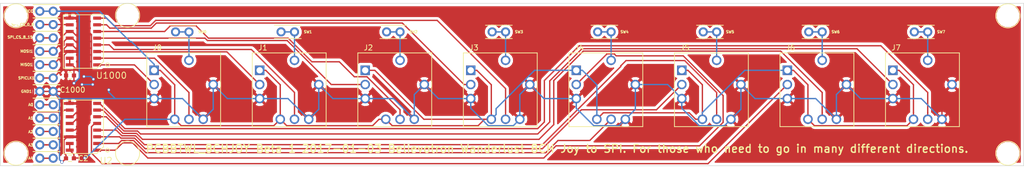
<source format=kicad_pcb>
(kicad_pcb (version 4) (host pcbnew 4.0.4-stable)

  (general
    (links 104)
    (no_connects 27)
    (area -0.050001 -31.537501 194.010001 -0.587499)
    (thickness 1.6)
    (drawings 15)
    (tracks 406)
    (zones 0)
    (modules 38)
    (nets 37)
  )

  (page A4)
  (layers
    (0 F.Cu signal)
    (31 B.Cu signal)
    (32 B.Adhes user)
    (33 F.Adhes user)
    (34 B.Paste user)
    (35 F.Paste user)
    (36 B.SilkS user)
    (37 F.SilkS user)
    (38 B.Mask user)
    (39 F.Mask user)
    (40 Dwgs.User user hide)
    (41 Cmts.User user)
    (42 Eco1.User user)
    (43 Eco2.User user)
    (44 Edge.Cuts user)
    (45 Margin user)
    (46 B.CrtYd user)
    (47 F.CrtYd user hide)
    (48 B.Fab user)
    (49 F.Fab user)
  )

  (setup
    (last_trace_width 0.25)
    (trace_clearance 0.2)
    (zone_clearance 0.508)
    (zone_45_only no)
    (trace_min 0.2)
    (segment_width 0.2)
    (edge_width 0.1)
    (via_size 0.6)
    (via_drill 0.4)
    (via_min_size 0.4)
    (via_min_drill 0.3)
    (uvia_size 0.3)
    (uvia_drill 0.1)
    (uvias_allowed no)
    (uvia_min_size 0.2)
    (uvia_min_drill 0.1)
    (pcb_text_width 0.3)
    (pcb_text_size 1.5 1.5)
    (mod_edge_width 0.15)
    (mod_text_size 1 1)
    (mod_text_width 0.15)
    (pad_size 3.3 3.3)
    (pad_drill 3.3)
    (pad_to_mask_clearance 0)
    (aux_axis_origin 0 0)
    (grid_origin 175.76 -16.0625)
    (visible_elements 7FFEFFFF)
    (pcbplotparams
      (layerselection 0x010fc_80000001)
      (usegerberextensions false)
      (excludeedgelayer true)
      (linewidth 0.100000)
      (plotframeref false)
      (viasonmask false)
      (mode 1)
      (useauxorigin false)
      (hpglpennumber 1)
      (hpglpenspeed 20)
      (hpglpendiameter 15)
      (hpglpenoverlay 2)
      (psnegative false)
      (psa4output false)
      (plotreference true)
      (plotvalue true)
      (plotinvisibletext false)
      (padsonsilk false)
      (subtractmaskfromsilk false)
      (outputformat 1)
      (mirror false)
      (drillshape 0)
      (scaleselection 1)
      (outputdirectory Believotron_Knobs_Gerber-2017-01-02/))
  )

  (net 0 "")
  (net 1 GND)
  (net 2 /MISO)
  (net 3 /MOSI)
  (net 4 /P0)
  (net 5 /P1)
  (net 6 /P2)
  (net 7 /P3)
  (net 8 /P4)
  (net 9 /P5)
  (net 10 /P6)
  (net 11 /P7)
  (net 12 /P8)
  (net 13 /P9)
  (net 14 /P10)
  (net 15 /P11)
  (net 16 /P12)
  (net 17 /P13)
  (net 18 /P14)
  (net 19 /P15)
  (net 20 /SPICLK)
  (net 21 /CS_R0_7)
  (net 22 /CS_LED_8_15)
  (net 23 "Net-(A0-Pad1)")
  (net 24 "Net-(A1-Pad1)")
  (net 25 "Net-(A2-Pad1)")
  (net 26 "Net-(A3-Pad1)")
  (net 27 "Net-(A4-Pad1)")
  (net 28 VCC)
  (net 29 "Net-(J0-PadS1.2)")
  (net 30 "Net-(J1-PadS1.2)")
  (net 31 "Net-(J2-PadS1.2)")
  (net 32 "Net-(J3-PadS1.2)")
  (net 33 "Net-(J4-PadS1.2)")
  (net 34 "Net-(J5-PadS1.2)")
  (net 35 "Net-(J6-PadS1.2)")
  (net 36 "Net-(J7-PadS1.2)")

  (net_class Default "This is the default net class."
    (clearance 0.2)
    (trace_width 0.25)
    (via_dia 0.6)
    (via_drill 0.4)
    (uvia_dia 0.3)
    (uvia_drill 0.1)
    (add_net /CS_LED_8_15)
    (add_net /CS_R0_7)
    (add_net /MISO)
    (add_net /MOSI)
    (add_net /P0)
    (add_net /P1)
    (add_net /P10)
    (add_net /P11)
    (add_net /P12)
    (add_net /P13)
    (add_net /P14)
    (add_net /P15)
    (add_net /P2)
    (add_net /P3)
    (add_net /P4)
    (add_net /P5)
    (add_net /P6)
    (add_net /P7)
    (add_net /P8)
    (add_net /P9)
    (add_net /SPICLK)
    (add_net GND)
    (add_net "Net-(A0-Pad1)")
    (add_net "Net-(A1-Pad1)")
    (add_net "Net-(A2-Pad1)")
    (add_net "Net-(A3-Pad1)")
    (add_net "Net-(A4-Pad1)")
    (add_net "Net-(J0-PadS1.2)")
    (add_net "Net-(J1-PadS1.2)")
    (add_net "Net-(J2-PadS1.2)")
    (add_net "Net-(J3-PadS1.2)")
    (add_net "Net-(J4-PadS1.2)")
    (add_net "Net-(J5-PadS1.2)")
    (add_net "Net-(J6-PadS1.2)")
    (add_net "Net-(J7-PadS1.2)")
    (add_net VCC)
  )

  (module Liberry:SOIC-16 (layer F.Cu) (tedit 582E0477) (tstamp 582E11C5)
    (at 15.76 -24.2376 90)
    (path /582E69F5)
    (fp_text reference U1000 (at -6.4576 5.314 180) (layer F.SilkS)
      (effects (font (size 1.2 1.2) (thickness 0.15)))
    )
    (fp_text value MCP3008T-I/SL (at 0 0 90) (layer F.Fab)
      (effects (font (size 1.2 1.2) (thickness 0.15)))
    )
    (fp_circle (center -4.445 4.572) (end -4.191 4.318) (layer F.SilkS) (width 0.15))
    (fp_line (start 5.08 3.81) (end 5.08 -3.81) (layer F.SilkS) (width 0.15))
    (fp_line (start -3.81 3.81) (end 5.08 3.81) (layer F.SilkS) (width 0.15))
    (fp_line (start -5.08 2.54) (end -3.81 3.81) (layer F.SilkS) (width 0.15))
    (fp_line (start -5.08 -3.81) (end -5.08 2.54) (layer F.SilkS) (width 0.15))
    (fp_line (start 5.08 -3.81) (end -5.08 -3.81) (layer F.SilkS) (width 0.15))
    (pad 16 smd rect (at -4.445 -2.6 90) (size 0.6 1.5) (layers F.Cu F.Paste F.Mask)
      (net 28 VCC))
    (pad 1 smd rect (at -4.445 2.6 90) (size 0.6 1.5) (layers F.Cu F.Paste F.Mask)
      (net 4 /P0))
    (pad 15 smd rect (at -3.175 -2.6 90) (size 0.6 1.5) (layers F.Cu F.Paste F.Mask)
      (net 28 VCC))
    (pad 2 smd rect (at -3.175 2.6 90) (size 0.6 1.5) (layers F.Cu F.Paste F.Mask)
      (net 5 /P1))
    (pad 14 smd rect (at -1.905 -2.6 90) (size 0.6 1.5) (layers F.Cu F.Paste F.Mask)
      (net 1 GND))
    (pad 3 smd rect (at -1.905 2.6 90) (size 0.6 1.5) (layers F.Cu F.Paste F.Mask)
      (net 6 /P2))
    (pad 13 smd rect (at -0.635 -2.6 90) (size 0.6 1.5) (layers F.Cu F.Paste F.Mask)
      (net 20 /SPICLK))
    (pad 4 smd rect (at -0.635 2.6 90) (size 0.6 1.5) (layers F.Cu F.Paste F.Mask)
      (net 7 /P3))
    (pad 12 smd rect (at 0.635 -2.6 90) (size 0.6 1.5) (layers F.Cu F.Paste F.Mask)
      (net 2 /MISO))
    (pad 5 smd rect (at 0.635 2.6 90) (size 0.6 1.5) (layers F.Cu F.Paste F.Mask)
      (net 8 /P4))
    (pad 11 smd rect (at 1.905 -2.6 90) (size 0.6 1.5) (layers F.Cu F.Paste F.Mask)
      (net 3 /MOSI))
    (pad 6 smd rect (at 1.905 2.6 90) (size 0.6 1.5) (layers F.Cu F.Paste F.Mask)
      (net 9 /P5))
    (pad 10 smd rect (at 3.175 -2.6 90) (size 0.6 1.5) (layers F.Cu F.Paste F.Mask)
      (net 21 /CS_R0_7))
    (pad 7 smd rect (at 3.175 2.6 90) (size 0.6 1.5) (layers F.Cu F.Paste F.Mask)
      (net 10 /P6))
    (pad 9 smd rect (at 4.445 -2.6 90) (size 0.6 1.5) (layers F.Cu F.Paste F.Mask)
      (net 1 GND))
    (pad 8 smd rect (at 4.445 2.6 90) (size 0.6 1.5) (layers F.Cu F.Paste F.Mask)
      (net 11 /P7))
  )

  (module Liberry:SOIC-16 (layer F.Cu) (tedit 582E0477) (tstamp 582F4358)
    (at 15.76 -8.0314 90)
    (path /582F415D)
    (fp_text reference U2 (at -6.445 4.298 180) (layer F.SilkS)
      (effects (font (size 1.2 1.2) (thickness 0.15)))
    )
    (fp_text value MCP3008T-I/SL (at 0 0 90) (layer F.Fab)
      (effects (font (size 1.2 1.2) (thickness 0.15)))
    )
    (fp_circle (center -4.445 4.572) (end -4.191 4.318) (layer F.SilkS) (width 0.15))
    (fp_line (start 5.08 3.81) (end 5.08 -3.81) (layer F.SilkS) (width 0.15))
    (fp_line (start -3.81 3.81) (end 5.08 3.81) (layer F.SilkS) (width 0.15))
    (fp_line (start -5.08 2.54) (end -3.81 3.81) (layer F.SilkS) (width 0.15))
    (fp_line (start -5.08 -3.81) (end -5.08 2.54) (layer F.SilkS) (width 0.15))
    (fp_line (start 5.08 -3.81) (end -5.08 -3.81) (layer F.SilkS) (width 0.15))
    (pad 16 smd rect (at -4.445 -2.6 90) (size 0.6 1.5) (layers F.Cu F.Paste F.Mask)
      (net 28 VCC))
    (pad 1 smd rect (at -4.445 2.6 90) (size 0.6 1.5) (layers F.Cu F.Paste F.Mask)
      (net 12 /P8))
    (pad 15 smd rect (at -3.175 -2.6 90) (size 0.6 1.5) (layers F.Cu F.Paste F.Mask)
      (net 28 VCC))
    (pad 2 smd rect (at -3.175 2.6 90) (size 0.6 1.5) (layers F.Cu F.Paste F.Mask)
      (net 13 /P9))
    (pad 14 smd rect (at -1.905 -2.6 90) (size 0.6 1.5) (layers F.Cu F.Paste F.Mask)
      (net 1 GND))
    (pad 3 smd rect (at -1.905 2.6 90) (size 0.6 1.5) (layers F.Cu F.Paste F.Mask)
      (net 14 /P10))
    (pad 13 smd rect (at -0.635 -2.6 90) (size 0.6 1.5) (layers F.Cu F.Paste F.Mask)
      (net 20 /SPICLK))
    (pad 4 smd rect (at -0.635 2.6 90) (size 0.6 1.5) (layers F.Cu F.Paste F.Mask)
      (net 15 /P11))
    (pad 12 smd rect (at 0.635 -2.6 90) (size 0.6 1.5) (layers F.Cu F.Paste F.Mask)
      (net 2 /MISO))
    (pad 5 smd rect (at 0.635 2.6 90) (size 0.6 1.5) (layers F.Cu F.Paste F.Mask)
      (net 16 /P12))
    (pad 11 smd rect (at 1.905 -2.6 90) (size 0.6 1.5) (layers F.Cu F.Paste F.Mask)
      (net 3 /MOSI))
    (pad 6 smd rect (at 1.905 2.6 90) (size 0.6 1.5) (layers F.Cu F.Paste F.Mask)
      (net 17 /P13))
    (pad 10 smd rect (at 3.175 -2.6 90) (size 0.6 1.5) (layers F.Cu F.Paste F.Mask)
      (net 22 /CS_LED_8_15))
    (pad 7 smd rect (at 3.175 2.6 90) (size 0.6 1.5) (layers F.Cu F.Paste F.Mask)
      (net 18 /P14))
    (pad 9 smd rect (at 4.445 -2.6 90) (size 0.6 1.5) (layers F.Cu F.Paste F.Mask)
      (net 1 GND))
    (pad 8 smd rect (at 4.445 2.6 90) (size 0.6 1.5) (layers F.Cu F.Paste F.Mask)
      (net 19 /P15))
  )

  (module Connect:1pin (layer F.Cu) (tedit 582F54C7) (tstamp 58336C08)
    (at 24.13 -29.21)
    (descr "module 1 pin (ou trou mecanique de percage)")
    (tags DEV)
    (fp_text reference REF** (at 0 -3.048) (layer F.SilkS) hide
      (effects (font (size 1 1) (thickness 0.15)))
    )
    (fp_text value 1pin (at 0 2.794) (layer F.Fab)
      (effects (font (size 1 1) (thickness 0.15)))
    )
    (fp_circle (center 0 0) (end 0 -2.286) (layer F.SilkS) (width 0.15))
    (pad "" np_thru_hole circle (at 0 0) (size 3.3 3.3) (drill 3.3) (layers *.Cu *.Mask))
  )

  (module Connect:1pin (layer F.Cu) (tedit 582F54D3) (tstamp 58336BF9)
    (at 24.13 -3)
    (descr "module 1 pin (ou trou mecanique de percage)")
    (tags DEV)
    (fp_text reference REF** (at 0 -3.048) (layer F.SilkS) hide
      (effects (font (size 1 1) (thickness 0.15)))
    )
    (fp_text value 1pin (at 0 2.794) (layer F.Fab)
      (effects (font (size 1 1) (thickness 0.15)))
    )
    (fp_circle (center 0 0) (end 0 -2.286) (layer F.SilkS) (width 0.15))
    (pad "" np_thru_hole circle (at 0 0) (size 3.3 3.3) (drill 3.3) (layers *.Cu *.Mask))
  )

  (module Connect:1pin (layer F.Cu) (tedit 582F54C7) (tstamp 582F547F)
    (at 3 -29.125)
    (descr "module 1 pin (ou trou mecanique de percage)")
    (tags DEV)
    (fp_text reference REF** (at 0 -3.048) (layer F.SilkS) hide
      (effects (font (size 1 1) (thickness 0.15)))
    )
    (fp_text value 1pin (at 0 2.794) (layer F.Fab)
      (effects (font (size 1 1) (thickness 0.15)))
    )
    (fp_circle (center 0 0) (end 0 -2.286) (layer F.SilkS) (width 0.15))
    (pad "" np_thru_hole circle (at 0 0) (size 3.3 3.3) (drill 3.3) (layers *.Cu *.Mask))
  )

  (module Connect:1pin (layer F.Cu) (tedit 582F54D3) (tstamp 582F5472)
    (at 3 -3)
    (descr "module 1 pin (ou trou mecanique de percage)")
    (tags DEV)
    (fp_text reference REF** (at 0 -3.048) (layer F.SilkS) hide
      (effects (font (size 1 1) (thickness 0.15)))
    )
    (fp_text value 1pin (at 0 2.794) (layer F.Fab)
      (effects (font (size 1 1) (thickness 0.15)))
    )
    (fp_circle (center 0 0) (end 0 -2.286) (layer F.SilkS) (width 0.15))
    (pad "" np_thru_hole circle (at 0 0) (size 3.3 3.3) (drill 3.3) (layers *.Cu *.Mask))
  )

  (module Connect:1pin (layer F.Cu) (tedit 582F54D9) (tstamp 582F5458)
    (at 190.96 -3)
    (descr "module 1 pin (ou trou mecanique de percage)")
    (tags DEV)
    (fp_text reference REF** (at 0 -3.048) (layer F.SilkS) hide
      (effects (font (size 1 1) (thickness 0.15)))
    )
    (fp_text value 1pin (at 0 2.794) (layer F.Fab)
      (effects (font (size 1 1) (thickness 0.15)))
    )
    (fp_circle (center 0 0) (end 0 -2.286) (layer F.SilkS) (width 0.15))
    (pad "" np_thru_hole circle (at 0 0) (size 3.3 3.3) (drill 3.3) (layers *.Cu *.Mask))
  )

  (module Capacitors_SMD:C_0603 (layer F.Cu) (tedit 5415D631) (tstamp 582F4297)
    (at 13.208 -2.032 180)
    (descr "Capacitor SMD 0603, reflow soldering, AVX (see smccp.pdf)")
    (tags "capacitor 0603")
    (path /582F4165)
    (attr smd)
    (fp_text reference C2 (at -2.528 0 180) (layer F.SilkS)
      (effects (font (size 1 1) (thickness 0.15)))
    )
    (fp_text value 0.1u (at 0 1.9 180) (layer F.Fab)
      (effects (font (size 1 1) (thickness 0.15)))
    )
    (fp_line (start -0.8 0.4) (end -0.8 -0.4) (layer F.Fab) (width 0.15))
    (fp_line (start 0.8 0.4) (end -0.8 0.4) (layer F.Fab) (width 0.15))
    (fp_line (start 0.8 -0.4) (end 0.8 0.4) (layer F.Fab) (width 0.15))
    (fp_line (start -0.8 -0.4) (end 0.8 -0.4) (layer F.Fab) (width 0.15))
    (fp_line (start -1.45 -0.75) (end 1.45 -0.75) (layer F.CrtYd) (width 0.05))
    (fp_line (start -1.45 0.75) (end 1.45 0.75) (layer F.CrtYd) (width 0.05))
    (fp_line (start -1.45 -0.75) (end -1.45 0.75) (layer F.CrtYd) (width 0.05))
    (fp_line (start 1.45 -0.75) (end 1.45 0.75) (layer F.CrtYd) (width 0.05))
    (fp_line (start -0.35 -0.6) (end 0.35 -0.6) (layer F.SilkS) (width 0.15))
    (fp_line (start 0.35 0.6) (end -0.35 0.6) (layer F.SilkS) (width 0.15))
    (pad 1 smd rect (at -0.75 0 180) (size 0.8 0.75) (layers F.Cu F.Paste F.Mask)
      (net 28 VCC))
    (pad 2 smd rect (at 0.75 0 180) (size 0.8 0.75) (layers F.Cu F.Paste F.Mask)
      (net 1 GND))
    (model Capacitors_SMD.3dshapes/C_0603.wrl
      (at (xyz 0 0 0))
      (scale (xyz 1 1 1))
      (rotate (xyz 0 0 0))
    )
  )

  (module Connect:1pin (layer F.Cu) (tedit 582F54E2) (tstamp 582F53C3)
    (at 190.96 -29.125)
    (descr "module 1 pin (ou trou mecanique de percage)")
    (tags DEV)
    (fp_text reference REF** (at 0 -3.048) (layer F.SilkS) hide
      (effects (font (size 1 1) (thickness 0.15)))
    )
    (fp_text value 1pin (at 0 2.794) (layer F.Fab)
      (effects (font (size 1 1) (thickness 0.15)))
    )
    (fp_circle (center 0 0) (end 0 -2.286) (layer F.SilkS) (width 0.15))
    (pad "" np_thru_hole circle (at 0 0) (size 3.3 3.3) (drill 3.3) (layers *.Cu *.Mask))
  )

  (module Liberry:TH_0.1_1x2_Jumper (layer F.Cu) (tedit 58684C64) (tstamp 586AD7B5)
    (at 7.493 -12.2174)
    (descr "10 pins through hole IDC header")
    (tags "IDC header socket VASCH")
    (path /58336F43)
    (fp_text reference A0 (at -1.733 0) (layer F.SilkS)
      (effects (font (size 0.5 0.5) (thickness 0.125)))
    )
    (fp_text value CONN_01X01 (at 0 2.54) (layer F.Fab)
      (effects (font (size 1 1) (thickness 0.15)))
    )
    (fp_line (start -1.27 1.27) (end 3.81 1.27) (layer F.SilkS) (width 0.15))
    (fp_line (start -1.27 -1.27) (end 3.81 -1.27) (layer F.SilkS) (width 0.15))
    (pad 1 thru_hole circle (at 0 0) (size 1.7272 1.7272) (drill 1.016) (layers *.Cu *.Mask)
      (net 23 "Net-(A0-Pad1)"))
    (pad 1 thru_hole circle (at 2.54 0) (size 1.7272 1.7272) (drill 1.016) (layers *.Cu *.Mask)
      (net 23 "Net-(A0-Pad1)"))
  )

  (module Liberry:TH_0.1_1x2_Jumper (layer F.Cu) (tedit 58684C64) (tstamp 586AD7BD)
    (at 7.493 -9.6774)
    (descr "10 pins through hole IDC header")
    (tags "IDC header socket VASCH")
    (path /5833717C)
    (fp_text reference A1 (at -1.733 0) (layer F.SilkS)
      (effects (font (size 0.5 0.5) (thickness 0.125)))
    )
    (fp_text value CONN_01X01 (at 0 2.54) (layer F.Fab)
      (effects (font (size 1 1) (thickness 0.15)))
    )
    (fp_line (start -1.27 1.27) (end 3.81 1.27) (layer F.SilkS) (width 0.15))
    (fp_line (start -1.27 -1.27) (end 3.81 -1.27) (layer F.SilkS) (width 0.15))
    (pad 1 thru_hole circle (at 0 0) (size 1.7272 1.7272) (drill 1.016) (layers *.Cu *.Mask)
      (net 24 "Net-(A1-Pad1)"))
    (pad 1 thru_hole circle (at 2.54 0) (size 1.7272 1.7272) (drill 1.016) (layers *.Cu *.Mask)
      (net 24 "Net-(A1-Pad1)"))
  )

  (module Liberry:TH_0.1_1x2_Jumper (layer F.Cu) (tedit 58684C64) (tstamp 586AD7C5)
    (at 7.493 -7.1374)
    (descr "10 pins through hole IDC header")
    (tags "IDC header socket VASCH")
    (path /58337609)
    (fp_text reference A2 (at -1.733 0.0749) (layer F.SilkS)
      (effects (font (size 0.5 0.5) (thickness 0.125)))
    )
    (fp_text value CONN_01X01 (at 0 2.54) (layer F.Fab)
      (effects (font (size 1 1) (thickness 0.15)))
    )
    (fp_line (start -1.27 1.27) (end 3.81 1.27) (layer F.SilkS) (width 0.15))
    (fp_line (start -1.27 -1.27) (end 3.81 -1.27) (layer F.SilkS) (width 0.15))
    (pad 1 thru_hole circle (at 0 0) (size 1.7272 1.7272) (drill 1.016) (layers *.Cu *.Mask)
      (net 25 "Net-(A2-Pad1)"))
    (pad 1 thru_hole circle (at 2.54 0) (size 1.7272 1.7272) (drill 1.016) (layers *.Cu *.Mask)
      (net 25 "Net-(A2-Pad1)"))
  )

  (module Liberry:TH_0.1_1x2_Jumper (layer F.Cu) (tedit 58684C64) (tstamp 586AD7CD)
    (at 7.493 -4.5974)
    (descr "10 pins through hole IDC header")
    (tags "IDC header socket VASCH")
    (path /58337619)
    (fp_text reference A3 (at -1.733 0.0349) (layer F.SilkS)
      (effects (font (size 0.5 0.5) (thickness 0.125)))
    )
    (fp_text value CONN_01X01 (at 0 2.54) (layer F.Fab)
      (effects (font (size 1 1) (thickness 0.15)))
    )
    (fp_line (start -1.27 1.27) (end 3.81 1.27) (layer F.SilkS) (width 0.15))
    (fp_line (start -1.27 -1.27) (end 3.81 -1.27) (layer F.SilkS) (width 0.15))
    (pad 1 thru_hole circle (at 0 0) (size 1.7272 1.7272) (drill 1.016) (layers *.Cu *.Mask)
      (net 26 "Net-(A3-Pad1)"))
    (pad 1 thru_hole circle (at 2.54 0) (size 1.7272 1.7272) (drill 1.016) (layers *.Cu *.Mask)
      (net 26 "Net-(A3-Pad1)"))
  )

  (module Liberry:TH_0.1_1x2_Jumper (layer F.Cu) (tedit 58684C64) (tstamp 586AD7D5)
    (at 7.493 -2.0574)
    (descr "10 pins through hole IDC header")
    (tags "IDC header socket VASCH")
    (path /58337C21)
    (fp_text reference A4 (at -1.733 -0.0051) (layer F.SilkS)
      (effects (font (size 0.5 0.5) (thickness 0.125)))
    )
    (fp_text value CONN_01X01 (at 0 2.54) (layer F.Fab)
      (effects (font (size 1 1) (thickness 0.15)))
    )
    (fp_line (start -1.27 1.27) (end 3.81 1.27) (layer F.SilkS) (width 0.15))
    (fp_line (start -1.27 -1.27) (end 3.81 -1.27) (layer F.SilkS) (width 0.15))
    (pad 1 thru_hole circle (at 0 0) (size 1.7272 1.7272) (drill 1.016) (layers *.Cu *.Mask)
      (net 27 "Net-(A4-Pad1)"))
    (pad 1 thru_hole circle (at 2.54 0) (size 1.7272 1.7272) (drill 1.016) (layers *.Cu *.Mask)
      (net 27 "Net-(A4-Pad1)"))
  )

  (module Liberry:TH_0.1_1x2_Jumper (layer F.Cu) (tedit 58684C64) (tstamp 586AD7E5)
    (at 7.493 -19.8374)
    (descr "10 pins through hole IDC header")
    (tags "IDC header socket VASCH")
    (path /582E561D)
    (fp_text reference MISO1 (at -2.54 0) (layer F.SilkS)
      (effects (font (size 0.5 0.5) (thickness 0.125)))
    )
    (fp_text value CONN_01X01 (at 0 2.54) (layer F.Fab)
      (effects (font (size 1 1) (thickness 0.15)))
    )
    (fp_line (start -1.27 1.27) (end 3.81 1.27) (layer F.SilkS) (width 0.15))
    (fp_line (start -1.27 -1.27) (end 3.81 -1.27) (layer F.SilkS) (width 0.15))
    (pad 1 thru_hole circle (at 0 0) (size 1.7272 1.7272) (drill 1.016) (layers *.Cu *.Mask)
      (net 2 /MISO))
    (pad 1 thru_hole circle (at 2.54 0) (size 1.7272 1.7272) (drill 1.016) (layers *.Cu *.Mask)
      (net 2 /MISO))
  )

  (module Liberry:TH_0.1_1x2_Jumper (layer F.Cu) (tedit 58684C64) (tstamp 586AD7ED)
    (at 7.493 -22.3774)
    (descr "10 pins through hole IDC header")
    (tags "IDC header socket VASCH")
    (path /582E505A)
    (fp_text reference MOSI1 (at -2.54 0) (layer F.SilkS)
      (effects (font (size 0.5 0.5) (thickness 0.125)))
    )
    (fp_text value CONN_01X01 (at 0 2.54) (layer F.Fab)
      (effects (font (size 1 1) (thickness 0.15)))
    )
    (fp_line (start -1.27 1.27) (end 3.81 1.27) (layer F.SilkS) (width 0.15))
    (fp_line (start -1.27 -1.27) (end 3.81 -1.27) (layer F.SilkS) (width 0.15))
    (pad 1 thru_hole circle (at 0 0) (size 1.7272 1.7272) (drill 1.016) (layers *.Cu *.Mask)
      (net 3 /MOSI))
    (pad 1 thru_hole circle (at 2.54 0) (size 1.7272 1.7272) (drill 1.016) (layers *.Cu *.Mask)
      (net 3 /MOSI))
  )

  (module Liberry:TH_0.1_1x2_Jumper (layer F.Cu) (tedit 58684C64) (tstamp 586AD7F5)
    (at 7.493 -17.2974)
    (descr "10 pins through hole IDC header")
    (tags "IDC header socket VASCH")
    (path /582E523F)
    (fp_text reference SPICLK1 (at -2.54 0) (layer F.SilkS)
      (effects (font (size 0.5 0.5) (thickness 0.125)))
    )
    (fp_text value CONN_01X01 (at 0 2.54) (layer F.Fab)
      (effects (font (size 1 1) (thickness 0.15)))
    )
    (fp_line (start -1.27 1.27) (end 3.81 1.27) (layer F.SilkS) (width 0.15))
    (fp_line (start -1.27 -1.27) (end 3.81 -1.27) (layer F.SilkS) (width 0.15))
    (pad 1 thru_hole circle (at 0 0) (size 1.7272 1.7272) (drill 1.016) (layers *.Cu *.Mask)
      (net 20 /SPICLK))
    (pad 1 thru_hole circle (at 2.54 0) (size 1.7272 1.7272) (drill 1.016) (layers *.Cu *.Mask)
      (net 20 /SPICLK))
  )

  (module Liberry:TH_0.1_1x2_Jumper (layer F.Cu) (tedit 58684C64) (tstamp 586AD7FD)
    (at 7.493 -27.4574)
    (descr "10 pins through hole IDC header")
    (tags "IDC header socket VASCH")
    (path /582E534D)
    (fp_text reference SPI_CS_0_8 (at -3.233 0) (layer F.SilkS)
      (effects (font (size 0.5 0.5) (thickness 0.125)))
    )
    (fp_text value CONN_01X01 (at 0 2.54) (layer F.Fab)
      (effects (font (size 1 1) (thickness 0.15)))
    )
    (fp_line (start -1.27 1.27) (end 3.81 1.27) (layer F.SilkS) (width 0.15))
    (fp_line (start -1.27 -1.27) (end 3.81 -1.27) (layer F.SilkS) (width 0.15))
    (pad 1 thru_hole circle (at 0 0) (size 1.7272 1.7272) (drill 1.016) (layers *.Cu *.Mask)
      (net 21 /CS_R0_7))
    (pad 1 thru_hole circle (at 2.54 0) (size 1.7272 1.7272) (drill 1.016) (layers *.Cu *.Mask)
      (net 21 /CS_R0_7))
  )

  (module Liberry:TH_0.1_1x2_Jumper (layer F.Cu) (tedit 58684C64) (tstamp 586AD805)
    (at 7.493 -24.9174)
    (descr "10 pins through hole IDC header")
    (tags "IDC header socket VASCH")
    (path /582F4190)
    (fp_text reference SPI_CS_8_15 (at -3.733 -0.1451) (layer F.SilkS)
      (effects (font (size 0.5 0.5) (thickness 0.125)))
    )
    (fp_text value CONN_01X01 (at 0 2.54) (layer F.Fab)
      (effects (font (size 1 1) (thickness 0.15)))
    )
    (fp_line (start -1.27 1.27) (end 3.81 1.27) (layer F.SilkS) (width 0.15))
    (fp_line (start -1.27 -1.27) (end 3.81 -1.27) (layer F.SilkS) (width 0.15))
    (pad 1 thru_hole circle (at 0 0) (size 1.7272 1.7272) (drill 1.016) (layers *.Cu *.Mask)
      (net 22 /CS_LED_8_15))
    (pad 1 thru_hole circle (at 2.54 0) (size 1.7272 1.7272) (drill 1.016) (layers *.Cu *.Mask)
      (net 22 /CS_LED_8_15))
  )

  (module Capacitors_SMD:C_0603 (layer F.Cu) (tedit 5415D631) (tstamp 586ADB59)
    (at 13.22 -17.78 180)
    (descr "Capacitor SMD 0603, reflow soldering, AVX (see smccp.pdf)")
    (tags "capacitor 0603")
    (path /582E3E9F)
    (attr smd)
    (fp_text reference C1000 (at -0.488 -2.7335 180) (layer F.SilkS)
      (effects (font (size 1 1) (thickness 0.15)))
    )
    (fp_text value 0.1u (at 0 1.9 180) (layer F.Fab)
      (effects (font (size 1 1) (thickness 0.15)))
    )
    (fp_line (start -0.8 0.4) (end -0.8 -0.4) (layer F.Fab) (width 0.15))
    (fp_line (start 0.8 0.4) (end -0.8 0.4) (layer F.Fab) (width 0.15))
    (fp_line (start 0.8 -0.4) (end 0.8 0.4) (layer F.Fab) (width 0.15))
    (fp_line (start -0.8 -0.4) (end 0.8 -0.4) (layer F.Fab) (width 0.15))
    (fp_line (start -1.45 -0.75) (end 1.45 -0.75) (layer F.CrtYd) (width 0.05))
    (fp_line (start -1.45 0.75) (end 1.45 0.75) (layer F.CrtYd) (width 0.05))
    (fp_line (start -1.45 -0.75) (end -1.45 0.75) (layer F.CrtYd) (width 0.05))
    (fp_line (start 1.45 -0.75) (end 1.45 0.75) (layer F.CrtYd) (width 0.05))
    (fp_line (start -0.35 -0.6) (end 0.35 -0.6) (layer F.SilkS) (width 0.15))
    (fp_line (start 0.35 0.6) (end -0.35 0.6) (layer F.SilkS) (width 0.15))
    (pad 1 smd rect (at -0.75 0 180) (size 0.8 0.75) (layers F.Cu F.Paste F.Mask)
      (net 28 VCC))
    (pad 2 smd rect (at 0.75 0 180) (size 0.8 0.75) (layers F.Cu F.Paste F.Mask)
      (net 1 GND))
    (model Capacitors_SMD.3dshapes/C_0603.wrl
      (at (xyz 0 0 0))
      (scale (xyz 1 1 1))
      (rotate (xyz 0 0 0))
    )
  )

  (module Liberry:TH_0.1_1x2_Jumper (layer F.Cu) (tedit 58684C64) (tstamp 586C61DA)
    (at 7.493 -14.7574)
    (descr "10 pins through hole IDC header")
    (tags "IDC header socket VASCH")
    (path /582EB90D)
    (fp_text reference GND1 (at -2.54 0) (layer F.SilkS)
      (effects (font (size 0.5 0.5) (thickness 0.125)))
    )
    (fp_text value CONN_01X01 (at 0 2.54) (layer F.Fab)
      (effects (font (size 1 1) (thickness 0.15)))
    )
    (fp_line (start -1.27 1.27) (end 3.81 1.27) (layer F.SilkS) (width 0.15))
    (fp_line (start -1.27 -1.27) (end 3.81 -1.27) (layer F.SilkS) (width 0.15))
    (pad 1 thru_hole circle (at 0 0) (size 1.7272 1.7272) (drill 1.016) (layers *.Cu *.Mask)
      (net 1 GND))
    (pad 1 thru_hole circle (at 2.54 0) (size 1.7272 1.7272) (drill 1.016) (layers *.Cu *.Mask)
      (net 1 GND))
  )

  (module Liberry:XY_JOY_254TA103B50B (layer F.Cu) (tedit 58685E56) (tstamp 586C61EA)
    (at 35.76 -16.0625)
    (path /586C0633)
    (fp_text reference J0 (at -6 -7) (layer F.SilkS)
      (effects (font (size 1 1) (thickness 0.15)))
    )
    (fp_text value XYJOY (at 0 9) (layer F.Fab)
      (effects (font (size 1 1) (thickness 0.15)))
    )
    (fp_line (start 6 8) (end -8 8) (layer F.SilkS) (width 0.15))
    (fp_line (start 6 -6) (end 6 8) (layer F.SilkS) (width 0.15))
    (fp_line (start -8 -6) (end 6 -6) (layer F.SilkS) (width 0.15))
    (fp_line (start -8 8) (end -8 -6) (layer F.SilkS) (width 0.15))
    (pad R1.1 thru_hole rect (at -6.6 -2.7) (size 1.8 1.8) (drill 1.2) (layers *.Cu *.Mask)
      (net 28 VCC))
    (pad R1.2 thru_hole circle (at -6.6 0) (size 1.8 1.8) (drill 1.2) (layers *.Cu *.Mask)
      (net 4 /P0))
    (pad R1.3 thru_hole circle (at -6.6 2.675) (size 1.8 1.8) (drill 1.2) (layers *.Cu *.Mask)
      (net 1 GND))
    (pad R2.1 thru_hole circle (at -2.7 6.6) (size 1.8 1.8) (drill 1.2) (layers *.Cu *.Mask)
      (net 28 VCC))
    (pad R2.2 thru_hole circle (at 0 6.6) (size 1.8 1.8) (drill 1.2) (layers *.Cu *.Mask)
      (net 5 /P1))
    (pad R2.3 thru_hole circle (at 2.7 6.6) (size 1.8 1.8) (drill 1.2) (layers *.Cu *.Mask)
      (net 1 GND))
    (pad S1.1 thru_hole circle (at 4.6 0) (size 1.8 1.8) (drill 1.2) (layers *.Cu *.Mask)
      (net 1 GND))
    (pad S1.2 thru_hole circle (at 0 -4.6) (size 1.8 1.8) (drill 1.2) (layers *.Cu *.Mask)
      (net 29 "Net-(J0-PadS1.2)"))
  )

  (module Liberry:XY_JOY_254TA103B50B (layer F.Cu) (tedit 58685E56) (tstamp 586C61FA)
    (at 55.76 -16.0625)
    (path /586C3477)
    (fp_text reference J1 (at -6 -7) (layer F.SilkS)
      (effects (font (size 1 1) (thickness 0.15)))
    )
    (fp_text value XYJOY (at 0 9) (layer F.Fab)
      (effects (font (size 1 1) (thickness 0.15)))
    )
    (fp_line (start 6 8) (end -8 8) (layer F.SilkS) (width 0.15))
    (fp_line (start 6 -6) (end 6 8) (layer F.SilkS) (width 0.15))
    (fp_line (start -8 -6) (end 6 -6) (layer F.SilkS) (width 0.15))
    (fp_line (start -8 8) (end -8 -6) (layer F.SilkS) (width 0.15))
    (pad R1.1 thru_hole rect (at -6.6 -2.7) (size 1.8 1.8) (drill 1.2) (layers *.Cu *.Mask)
      (net 28 VCC))
    (pad R1.2 thru_hole circle (at -6.6 0) (size 1.8 1.8) (drill 1.2) (layers *.Cu *.Mask)
      (net 6 /P2))
    (pad R1.3 thru_hole circle (at -6.6 2.675) (size 1.8 1.8) (drill 1.2) (layers *.Cu *.Mask)
      (net 1 GND))
    (pad R2.1 thru_hole circle (at -2.7 6.6) (size 1.8 1.8) (drill 1.2) (layers *.Cu *.Mask)
      (net 28 VCC))
    (pad R2.2 thru_hole circle (at 0 6.6) (size 1.8 1.8) (drill 1.2) (layers *.Cu *.Mask)
      (net 7 /P3))
    (pad R2.3 thru_hole circle (at 2.7 6.6) (size 1.8 1.8) (drill 1.2) (layers *.Cu *.Mask)
      (net 1 GND))
    (pad S1.1 thru_hole circle (at 4.6 0) (size 1.8 1.8) (drill 1.2) (layers *.Cu *.Mask)
      (net 1 GND))
    (pad S1.2 thru_hole circle (at 0 -4.6) (size 1.8 1.8) (drill 1.2) (layers *.Cu *.Mask)
      (net 30 "Net-(J1-PadS1.2)"))
  )

  (module Liberry:XY_JOY_254TA103B50B (layer F.Cu) (tedit 58685E56) (tstamp 586C620A)
    (at 75.76 -16.0625)
    (path /586C3D6D)
    (fp_text reference J2 (at -6 -7) (layer F.SilkS)
      (effects (font (size 1 1) (thickness 0.15)))
    )
    (fp_text value XYJOY (at 0 9) (layer F.Fab)
      (effects (font (size 1 1) (thickness 0.15)))
    )
    (fp_line (start 6 8) (end -8 8) (layer F.SilkS) (width 0.15))
    (fp_line (start 6 -6) (end 6 8) (layer F.SilkS) (width 0.15))
    (fp_line (start -8 -6) (end 6 -6) (layer F.SilkS) (width 0.15))
    (fp_line (start -8 8) (end -8 -6) (layer F.SilkS) (width 0.15))
    (pad R1.1 thru_hole rect (at -6.6 -2.7) (size 1.8 1.8) (drill 1.2) (layers *.Cu *.Mask)
      (net 28 VCC))
    (pad R1.2 thru_hole circle (at -6.6 0) (size 1.8 1.8) (drill 1.2) (layers *.Cu *.Mask)
      (net 8 /P4))
    (pad R1.3 thru_hole circle (at -6.6 2.675) (size 1.8 1.8) (drill 1.2) (layers *.Cu *.Mask)
      (net 1 GND))
    (pad R2.1 thru_hole circle (at -2.7 6.6) (size 1.8 1.8) (drill 1.2) (layers *.Cu *.Mask)
      (net 28 VCC))
    (pad R2.2 thru_hole circle (at 0 6.6) (size 1.8 1.8) (drill 1.2) (layers *.Cu *.Mask)
      (net 9 /P5))
    (pad R2.3 thru_hole circle (at 2.7 6.6) (size 1.8 1.8) (drill 1.2) (layers *.Cu *.Mask)
      (net 1 GND))
    (pad S1.1 thru_hole circle (at 4.6 0) (size 1.8 1.8) (drill 1.2) (layers *.Cu *.Mask)
      (net 1 GND))
    (pad S1.2 thru_hole circle (at 0 -4.6) (size 1.8 1.8) (drill 1.2) (layers *.Cu *.Mask)
      (net 31 "Net-(J2-PadS1.2)"))
  )

  (module Liberry:XY_JOY_254TA103B50B (layer F.Cu) (tedit 58685E56) (tstamp 586C621A)
    (at 95.76 -16.0625)
    (path /586C3D97)
    (fp_text reference J3 (at -6 -7) (layer F.SilkS)
      (effects (font (size 1 1) (thickness 0.15)))
    )
    (fp_text value XYJOY (at 0 9) (layer F.Fab)
      (effects (font (size 1 1) (thickness 0.15)))
    )
    (fp_line (start 6 8) (end -8 8) (layer F.SilkS) (width 0.15))
    (fp_line (start 6 -6) (end 6 8) (layer F.SilkS) (width 0.15))
    (fp_line (start -8 -6) (end 6 -6) (layer F.SilkS) (width 0.15))
    (fp_line (start -8 8) (end -8 -6) (layer F.SilkS) (width 0.15))
    (pad R1.1 thru_hole rect (at -6.6 -2.7) (size 1.8 1.8) (drill 1.2) (layers *.Cu *.Mask)
      (net 28 VCC))
    (pad R1.2 thru_hole circle (at -6.6 0) (size 1.8 1.8) (drill 1.2) (layers *.Cu *.Mask)
      (net 10 /P6))
    (pad R1.3 thru_hole circle (at -6.6 2.675) (size 1.8 1.8) (drill 1.2) (layers *.Cu *.Mask)
      (net 1 GND))
    (pad R2.1 thru_hole circle (at -2.7 6.6) (size 1.8 1.8) (drill 1.2) (layers *.Cu *.Mask)
      (net 28 VCC))
    (pad R2.2 thru_hole circle (at 0 6.6) (size 1.8 1.8) (drill 1.2) (layers *.Cu *.Mask)
      (net 11 /P7))
    (pad R2.3 thru_hole circle (at 2.7 6.6) (size 1.8 1.8) (drill 1.2) (layers *.Cu *.Mask)
      (net 1 GND))
    (pad S1.1 thru_hole circle (at 4.6 0) (size 1.8 1.8) (drill 1.2) (layers *.Cu *.Mask)
      (net 1 GND))
    (pad S1.2 thru_hole circle (at 0 -4.6) (size 1.8 1.8) (drill 1.2) (layers *.Cu *.Mask)
      (net 32 "Net-(J3-PadS1.2)"))
  )

  (module Liberry:XY_JOY_254TA103B50B (layer F.Cu) (tedit 58685E56) (tstamp 586C622A)
    (at 115.76 -16.0625)
    (path /586C3F09)
    (fp_text reference J4 (at -6 -7) (layer F.SilkS)
      (effects (font (size 1 1) (thickness 0.15)))
    )
    (fp_text value XYJOY (at 0 9) (layer F.Fab)
      (effects (font (size 1 1) (thickness 0.15)))
    )
    (fp_line (start 6 8) (end -8 8) (layer F.SilkS) (width 0.15))
    (fp_line (start 6 -6) (end 6 8) (layer F.SilkS) (width 0.15))
    (fp_line (start -8 -6) (end 6 -6) (layer F.SilkS) (width 0.15))
    (fp_line (start -8 8) (end -8 -6) (layer F.SilkS) (width 0.15))
    (pad R1.1 thru_hole rect (at -6.6 -2.7) (size 1.8 1.8) (drill 1.2) (layers *.Cu *.Mask)
      (net 28 VCC))
    (pad R1.2 thru_hole circle (at -6.6 0) (size 1.8 1.8) (drill 1.2) (layers *.Cu *.Mask)
      (net 12 /P8))
    (pad R1.3 thru_hole circle (at -6.6 2.675) (size 1.8 1.8) (drill 1.2) (layers *.Cu *.Mask)
      (net 1 GND))
    (pad R2.1 thru_hole circle (at -2.7 6.6) (size 1.8 1.8) (drill 1.2) (layers *.Cu *.Mask)
      (net 28 VCC))
    (pad R2.2 thru_hole circle (at 0 6.6) (size 1.8 1.8) (drill 1.2) (layers *.Cu *.Mask)
      (net 13 /P9))
    (pad R2.3 thru_hole circle (at 2.7 6.6) (size 1.8 1.8) (drill 1.2) (layers *.Cu *.Mask)
      (net 1 GND))
    (pad S1.1 thru_hole circle (at 4.6 0) (size 1.8 1.8) (drill 1.2) (layers *.Cu *.Mask)
      (net 1 GND))
    (pad S1.2 thru_hole circle (at 0 -4.6) (size 1.8 1.8) (drill 1.2) (layers *.Cu *.Mask)
      (net 33 "Net-(J4-PadS1.2)"))
  )

  (module Liberry:XY_JOY_254TA103B50B (layer F.Cu) (tedit 58685E56) (tstamp 586C623A)
    (at 135.76 -16.0625)
    (path /586C3F33)
    (fp_text reference J5 (at -6 -7) (layer F.SilkS)
      (effects (font (size 1 1) (thickness 0.15)))
    )
    (fp_text value XYJOY (at 0 9) (layer F.Fab)
      (effects (font (size 1 1) (thickness 0.15)))
    )
    (fp_line (start 6 8) (end -8 8) (layer F.SilkS) (width 0.15))
    (fp_line (start 6 -6) (end 6 8) (layer F.SilkS) (width 0.15))
    (fp_line (start -8 -6) (end 6 -6) (layer F.SilkS) (width 0.15))
    (fp_line (start -8 8) (end -8 -6) (layer F.SilkS) (width 0.15))
    (pad R1.1 thru_hole rect (at -6.6 -2.7) (size 1.8 1.8) (drill 1.2) (layers *.Cu *.Mask)
      (net 28 VCC))
    (pad R1.2 thru_hole circle (at -6.6 0) (size 1.8 1.8) (drill 1.2) (layers *.Cu *.Mask)
      (net 14 /P10))
    (pad R1.3 thru_hole circle (at -6.6 2.675) (size 1.8 1.8) (drill 1.2) (layers *.Cu *.Mask)
      (net 1 GND))
    (pad R2.1 thru_hole circle (at -2.7 6.6) (size 1.8 1.8) (drill 1.2) (layers *.Cu *.Mask)
      (net 28 VCC))
    (pad R2.2 thru_hole circle (at 0 6.6) (size 1.8 1.8) (drill 1.2) (layers *.Cu *.Mask)
      (net 15 /P11))
    (pad R2.3 thru_hole circle (at 2.7 6.6) (size 1.8 1.8) (drill 1.2) (layers *.Cu *.Mask)
      (net 1 GND))
    (pad S1.1 thru_hole circle (at 4.6 0) (size 1.8 1.8) (drill 1.2) (layers *.Cu *.Mask)
      (net 1 GND))
    (pad S1.2 thru_hole circle (at 0 -4.6) (size 1.8 1.8) (drill 1.2) (layers *.Cu *.Mask)
      (net 34 "Net-(J5-PadS1.2)"))
  )

  (module Liberry:XY_JOY_254TA103B50B (layer F.Cu) (tedit 58685E56) (tstamp 586C624A)
    (at 155.76 -16.0625)
    (path /586C3F5D)
    (fp_text reference J6 (at -6 -7) (layer F.SilkS)
      (effects (font (size 1 1) (thickness 0.15)))
    )
    (fp_text value XYJOY (at 0 9) (layer F.Fab)
      (effects (font (size 1 1) (thickness 0.15)))
    )
    (fp_line (start 6 8) (end -8 8) (layer F.SilkS) (width 0.15))
    (fp_line (start 6 -6) (end 6 8) (layer F.SilkS) (width 0.15))
    (fp_line (start -8 -6) (end 6 -6) (layer F.SilkS) (width 0.15))
    (fp_line (start -8 8) (end -8 -6) (layer F.SilkS) (width 0.15))
    (pad R1.1 thru_hole rect (at -6.6 -2.7) (size 1.8 1.8) (drill 1.2) (layers *.Cu *.Mask)
      (net 28 VCC))
    (pad R1.2 thru_hole circle (at -6.6 0) (size 1.8 1.8) (drill 1.2) (layers *.Cu *.Mask)
      (net 16 /P12))
    (pad R1.3 thru_hole circle (at -6.6 2.675) (size 1.8 1.8) (drill 1.2) (layers *.Cu *.Mask)
      (net 1 GND))
    (pad R2.1 thru_hole circle (at -2.7 6.6) (size 1.8 1.8) (drill 1.2) (layers *.Cu *.Mask)
      (net 28 VCC))
    (pad R2.2 thru_hole circle (at 0 6.6) (size 1.8 1.8) (drill 1.2) (layers *.Cu *.Mask)
      (net 17 /P13))
    (pad R2.3 thru_hole circle (at 2.7 6.6) (size 1.8 1.8) (drill 1.2) (layers *.Cu *.Mask)
      (net 1 GND))
    (pad S1.1 thru_hole circle (at 4.6 0) (size 1.8 1.8) (drill 1.2) (layers *.Cu *.Mask)
      (net 1 GND))
    (pad S1.2 thru_hole circle (at 0 -4.6) (size 1.8 1.8) (drill 1.2) (layers *.Cu *.Mask)
      (net 35 "Net-(J6-PadS1.2)"))
  )

  (module Liberry:XY_JOY_254TA103B50B (layer F.Cu) (tedit 58685E56) (tstamp 586C625A)
    (at 175.76 -16.0625)
    (path /586C3F87)
    (fp_text reference J7 (at -6 -7) (layer F.SilkS)
      (effects (font (size 1 1) (thickness 0.15)))
    )
    (fp_text value XYJOY (at 0 9) (layer F.Fab)
      (effects (font (size 1 1) (thickness 0.15)))
    )
    (fp_line (start 6 8) (end -8 8) (layer F.SilkS) (width 0.15))
    (fp_line (start 6 -6) (end 6 8) (layer F.SilkS) (width 0.15))
    (fp_line (start -8 -6) (end 6 -6) (layer F.SilkS) (width 0.15))
    (fp_line (start -8 8) (end -8 -6) (layer F.SilkS) (width 0.15))
    (pad R1.1 thru_hole rect (at -6.6 -2.7) (size 1.8 1.8) (drill 1.2) (layers *.Cu *.Mask)
      (net 28 VCC))
    (pad R1.2 thru_hole circle (at -6.6 0) (size 1.8 1.8) (drill 1.2) (layers *.Cu *.Mask)
      (net 18 /P14))
    (pad R1.3 thru_hole circle (at -6.6 2.675) (size 1.8 1.8) (drill 1.2) (layers *.Cu *.Mask)
      (net 1 GND))
    (pad R2.1 thru_hole circle (at -2.7 6.6) (size 1.8 1.8) (drill 1.2) (layers *.Cu *.Mask)
      (net 28 VCC))
    (pad R2.2 thru_hole circle (at 0 6.6) (size 1.8 1.8) (drill 1.2) (layers *.Cu *.Mask)
      (net 19 /P15))
    (pad R2.3 thru_hole circle (at 2.7 6.6) (size 1.8 1.8) (drill 1.2) (layers *.Cu *.Mask)
      (net 1 GND))
    (pad S1.1 thru_hole circle (at 4.6 0) (size 1.8 1.8) (drill 1.2) (layers *.Cu *.Mask)
      (net 1 GND))
    (pad S1.2 thru_hole circle (at 0 -4.6) (size 1.8 1.8) (drill 1.2) (layers *.Cu *.Mask)
      (net 36 "Net-(J7-PadS1.2)"))
  )

  (module Liberry:TH_0.1_1x2_Jumper (layer F.Cu) (tedit 58684C64) (tstamp 586C6262)
    (at 35.76 -26.0625 180)
    (descr "10 pins through hole IDC header")
    (tags "IDC header socket VASCH")
    (path /586C2BAB)
    (fp_text reference SW0 (at -2.54 0 180) (layer F.SilkS)
      (effects (font (size 0.5 0.5) (thickness 0.125)))
    )
    (fp_text value CONN_01X01 (at 0 2.54 180) (layer F.Fab)
      (effects (font (size 1 1) (thickness 0.15)))
    )
    (fp_line (start -1.27 1.27) (end 3.81 1.27) (layer F.SilkS) (width 0.15))
    (fp_line (start -1.27 -1.27) (end 3.81 -1.27) (layer F.SilkS) (width 0.15))
    (pad 1 thru_hole circle (at 0 0 180) (size 1.7272 1.7272) (drill 1.016) (layers *.Cu *.Mask)
      (net 29 "Net-(J0-PadS1.2)"))
    (pad 1 thru_hole circle (at 2.54 0 180) (size 1.7272 1.7272) (drill 1.016) (layers *.Cu *.Mask)
      (net 29 "Net-(J0-PadS1.2)"))
  )

  (module Liberry:TH_0.1_1x2_Jumper (layer F.Cu) (tedit 58684C64) (tstamp 586C626A)
    (at 55.76 -26.0625 180)
    (descr "10 pins through hole IDC header")
    (tags "IDC header socket VASCH")
    (path /586C3498)
    (fp_text reference SW1 (at -2.54 0 180) (layer F.SilkS)
      (effects (font (size 0.5 0.5) (thickness 0.125)))
    )
    (fp_text value CONN_01X01 (at 0 2.54 180) (layer F.Fab)
      (effects (font (size 1 1) (thickness 0.15)))
    )
    (fp_line (start -1.27 1.27) (end 3.81 1.27) (layer F.SilkS) (width 0.15))
    (fp_line (start -1.27 -1.27) (end 3.81 -1.27) (layer F.SilkS) (width 0.15))
    (pad 1 thru_hole circle (at 0 0 180) (size 1.7272 1.7272) (drill 1.016) (layers *.Cu *.Mask)
      (net 30 "Net-(J1-PadS1.2)"))
    (pad 1 thru_hole circle (at 2.54 0 180) (size 1.7272 1.7272) (drill 1.016) (layers *.Cu *.Mask)
      (net 30 "Net-(J1-PadS1.2)"))
  )

  (module Liberry:TH_0.1_1x2_Jumper (layer F.Cu) (tedit 58684C64) (tstamp 586C6272)
    (at 75.76 -26.0625 180)
    (descr "10 pins through hole IDC header")
    (tags "IDC header socket VASCH")
    (path /586C3D8E)
    (fp_text reference SW2 (at -2.54 0 180) (layer F.SilkS)
      (effects (font (size 0.5 0.5) (thickness 0.125)))
    )
    (fp_text value CONN_01X01 (at 0 2.54 180) (layer F.Fab)
      (effects (font (size 1 1) (thickness 0.15)))
    )
    (fp_line (start -1.27 1.27) (end 3.81 1.27) (layer F.SilkS) (width 0.15))
    (fp_line (start -1.27 -1.27) (end 3.81 -1.27) (layer F.SilkS) (width 0.15))
    (pad 1 thru_hole circle (at 0 0 180) (size 1.7272 1.7272) (drill 1.016) (layers *.Cu *.Mask)
      (net 31 "Net-(J2-PadS1.2)"))
    (pad 1 thru_hole circle (at 2.54 0 180) (size 1.7272 1.7272) (drill 1.016) (layers *.Cu *.Mask)
      (net 31 "Net-(J2-PadS1.2)"))
  )

  (module Liberry:TH_0.1_1x2_Jumper (layer F.Cu) (tedit 58684C64) (tstamp 586C627A)
    (at 95.76 -26.0625 180)
    (descr "10 pins through hole IDC header")
    (tags "IDC header socket VASCH")
    (path /586C3DB8)
    (fp_text reference SW3 (at -2.54 0 180) (layer F.SilkS)
      (effects (font (size 0.5 0.5) (thickness 0.125)))
    )
    (fp_text value CONN_01X01 (at 0 2.54 180) (layer F.Fab)
      (effects (font (size 1 1) (thickness 0.15)))
    )
    (fp_line (start -1.27 1.27) (end 3.81 1.27) (layer F.SilkS) (width 0.15))
    (fp_line (start -1.27 -1.27) (end 3.81 -1.27) (layer F.SilkS) (width 0.15))
    (pad 1 thru_hole circle (at 0 0 180) (size 1.7272 1.7272) (drill 1.016) (layers *.Cu *.Mask)
      (net 32 "Net-(J3-PadS1.2)"))
    (pad 1 thru_hole circle (at 2.54 0 180) (size 1.7272 1.7272) (drill 1.016) (layers *.Cu *.Mask)
      (net 32 "Net-(J3-PadS1.2)"))
  )

  (module Liberry:TH_0.1_1x2_Jumper (layer F.Cu) (tedit 58684C64) (tstamp 586C6282)
    (at 115.76 -26.0625 180)
    (descr "10 pins through hole IDC header")
    (tags "IDC header socket VASCH")
    (path /586C3F2A)
    (fp_text reference SW4 (at -2.54 0 180) (layer F.SilkS)
      (effects (font (size 0.5 0.5) (thickness 0.125)))
    )
    (fp_text value CONN_01X01 (at 0 2.54 180) (layer F.Fab)
      (effects (font (size 1 1) (thickness 0.15)))
    )
    (fp_line (start -1.27 1.27) (end 3.81 1.27) (layer F.SilkS) (width 0.15))
    (fp_line (start -1.27 -1.27) (end 3.81 -1.27) (layer F.SilkS) (width 0.15))
    (pad 1 thru_hole circle (at 0 0 180) (size 1.7272 1.7272) (drill 1.016) (layers *.Cu *.Mask)
      (net 33 "Net-(J4-PadS1.2)"))
    (pad 1 thru_hole circle (at 2.54 0 180) (size 1.7272 1.7272) (drill 1.016) (layers *.Cu *.Mask)
      (net 33 "Net-(J4-PadS1.2)"))
  )

  (module Liberry:TH_0.1_1x2_Jumper (layer F.Cu) (tedit 58684C64) (tstamp 586C628A)
    (at 135.76 -26.0625 180)
    (descr "10 pins through hole IDC header")
    (tags "IDC header socket VASCH")
    (path /586C3F54)
    (fp_text reference SW5 (at -2.54 0 180) (layer F.SilkS)
      (effects (font (size 0.5 0.5) (thickness 0.125)))
    )
    (fp_text value CONN_01X01 (at 0 2.54 180) (layer F.Fab)
      (effects (font (size 1 1) (thickness 0.15)))
    )
    (fp_line (start -1.27 1.27) (end 3.81 1.27) (layer F.SilkS) (width 0.15))
    (fp_line (start -1.27 -1.27) (end 3.81 -1.27) (layer F.SilkS) (width 0.15))
    (pad 1 thru_hole circle (at 0 0 180) (size 1.7272 1.7272) (drill 1.016) (layers *.Cu *.Mask)
      (net 34 "Net-(J5-PadS1.2)"))
    (pad 1 thru_hole circle (at 2.54 0 180) (size 1.7272 1.7272) (drill 1.016) (layers *.Cu *.Mask)
      (net 34 "Net-(J5-PadS1.2)"))
  )

  (module Liberry:TH_0.1_1x2_Jumper (layer F.Cu) (tedit 58684C64) (tstamp 586C6292)
    (at 155.76 -26.0625 180)
    (descr "10 pins through hole IDC header")
    (tags "IDC header socket VASCH")
    (path /586C3F7E)
    (fp_text reference SW6 (at -2.54 0 180) (layer F.SilkS)
      (effects (font (size 0.5 0.5) (thickness 0.125)))
    )
    (fp_text value CONN_01X01 (at 0 2.54 180) (layer F.Fab)
      (effects (font (size 1 1) (thickness 0.15)))
    )
    (fp_line (start -1.27 1.27) (end 3.81 1.27) (layer F.SilkS) (width 0.15))
    (fp_line (start -1.27 -1.27) (end 3.81 -1.27) (layer F.SilkS) (width 0.15))
    (pad 1 thru_hole circle (at 0 0 180) (size 1.7272 1.7272) (drill 1.016) (layers *.Cu *.Mask)
      (net 35 "Net-(J6-PadS1.2)"))
    (pad 1 thru_hole circle (at 2.54 0 180) (size 1.7272 1.7272) (drill 1.016) (layers *.Cu *.Mask)
      (net 35 "Net-(J6-PadS1.2)"))
  )

  (module Liberry:TH_0.1_1x2_Jumper (layer F.Cu) (tedit 58684C64) (tstamp 586C629A)
    (at 175.76 -26.0625 180)
    (descr "10 pins through hole IDC header")
    (tags "IDC header socket VASCH")
    (path /586C3FA8)
    (fp_text reference SW7 (at -2.54 0 180) (layer F.SilkS)
      (effects (font (size 0.5 0.5) (thickness 0.125)))
    )
    (fp_text value CONN_01X01 (at 0 2.54 180) (layer F.Fab)
      (effects (font (size 1 1) (thickness 0.15)))
    )
    (fp_line (start -1.27 1.27) (end 3.81 1.27) (layer F.SilkS) (width 0.15))
    (fp_line (start -1.27 -1.27) (end 3.81 -1.27) (layer F.SilkS) (width 0.15))
    (pad 1 thru_hole circle (at 0 0 180) (size 1.7272 1.7272) (drill 1.016) (layers *.Cu *.Mask)
      (net 36 "Net-(J7-PadS1.2)"))
    (pad 1 thru_hole circle (at 2.54 0 180) (size 1.7272 1.7272) (drill 1.016) (layers *.Cu *.Mask)
      (net 36 "Net-(J7-PadS1.2)"))
  )

  (module Liberry:TH_0.1_1x2_Jumper (layer F.Cu) (tedit 58684C64) (tstamp 586C62A2)
    (at 7.493 -29.9974)
    (descr "10 pins through hole IDC header")
    (tags "IDC header socket VASCH")
    (path /582EB30E)
    (fp_text reference VCC1 (at -1.733 0) (layer F.SilkS)
      (effects (font (size 0.5 0.5) (thickness 0.125)))
    )
    (fp_text value CONN_01X01 (at 0 2.54) (layer F.Fab)
      (effects (font (size 1 1) (thickness 0.15)))
    )
    (fp_line (start -1.27 1.27) (end 3.81 1.27) (layer F.SilkS) (width 0.15))
    (fp_line (start -1.27 -1.27) (end 3.81 -1.27) (layer F.SilkS) (width 0.15))
    (pad 1 thru_hole circle (at 0 0) (size 1.7272 1.7272) (drill 1.016) (layers *.Cu *.Mask)
      (net 28 VCC))
    (pad 1 thru_hole circle (at 2.54 0) (size 1.7272 1.7272) (drill 1.016) (layers *.Cu *.Mask)
      (net 28 VCC))
  )

  (gr_text "PCBBTWL_8CHJOY Beta 1 2017-01-03 Believotron Wanderlust 8CH Joy to SPI. For those who need to go in many different directions.\n" (at 27.424 -3.8705) (layer F.SilkS)
    (effects (font (size 1.5 1.5) (thickness 0.25)) (justify left))
  )
  (gr_line (start 185.76 -32.1253) (end 25.76 -32.1253) (layer Dwgs.User) (width 0.2))
  (gr_line (start 25.76 -0.0001) (end 25.76 -32.1253) (layer Dwgs.User) (width 0.2))
  (gr_line (start 45.76 -32.1253) (end 45.76 -0.0001) (layer Dwgs.User) (width 0.2))
  (gr_line (start 65.76 -32.1253) (end 65.76 -0.0001) (layer Dwgs.User) (width 0.2))
  (gr_line (start 85.76 -0.0001) (end 85.76 -32.1253) (layer Dwgs.User) (width 0.2))
  (gr_line (start 105.76 -32.1253) (end 105.76 -0.0001) (layer Dwgs.User) (width 0.2))
  (gr_line (start 125.76 -0.0001) (end 125.76 -32.1253) (layer Dwgs.User) (width 0.2))
  (gr_line (start 145.76 -0.0001) (end 145.76 -32.1253) (layer Dwgs.User) (width 0.2))
  (gr_line (start 165.76 -0.0001) (end 165.76 -32.1253) (layer Dwgs.User) (width 0.2))
  (gr_line (start 185.76 -32.25) (end 185.76 0) (layer Dwgs.User) (width 0.2))
  (gr_line (start 193.96 -0.6375) (end 193.96 -31.4875) (layer Edge.Cuts) (width 0.1))
  (gr_line (start 0 -31.4875) (end 193.96 -31.4875) (layer Edge.Cuts) (width 0.1))
  (gr_line (start 0 -0.6375) (end 0 -31.4875) (layer Edge.Cuts) (width 0.1))
  (gr_line (start 0 -0.6375) (end 193.96 -0.6375) (layer Edge.Cuts) (width 0.1))

  (segment (start 12.458 -2.032) (end 12.458 -2.657) (width 0.25) (layer F.Cu) (net 1))
  (segment (start 12.458 -2.657) (end 12.084999 -3.030001) (width 0.25) (layer F.Cu) (net 1))
  (segment (start 12.084999 -3.030001) (end 12.084999 -5.501399) (width 0.25) (layer F.Cu) (net 1))
  (segment (start 12.084999 -5.501399) (end 12.71 -6.1264) (width 0.25) (layer F.Cu) (net 1))
  (segment (start 12.71 -6.1264) (end 13.16 -6.1264) (width 0.25) (layer F.Cu) (net 1))
  (segment (start 11.676 -1.3305) (end 11.7565 -1.3305) (width 0.25) (layer F.Cu) (net 1))
  (segment (start 11.7565 -1.3305) (end 12.458 -2.032) (width 0.25) (layer F.Cu) (net 1))
  (segment (start 11.221601 -1.784899) (end 11.676 -1.3305) (width 0.25) (layer B.Cu) (net 1))
  (via (at 11.676 -1.3305) (size 0.6) (drill 0.4) (layers F.Cu B.Cu) (net 1))
  (segment (start 10.033 -14.7574) (end 11.221601 -13.568799) (width 0.25) (layer B.Cu) (net 1))
  (segment (start 11.221601 -13.568799) (end 11.221601 -1.784899) (width 0.25) (layer B.Cu) (net 1))
  (segment (start 13.16 -12.4764) (end 13.16 -13.0264) (width 0.25) (layer F.Cu) (net 1))
  (segment (start 11.254314 -14.7574) (end 10.033 -14.7574) (width 0.25) (layer F.Cu) (net 1))
  (segment (start 13.16 -13.0264) (end 11.429 -14.7574) (width 0.25) (layer F.Cu) (net 1))
  (segment (start 11.429 -14.7574) (end 11.254314 -14.7574) (width 0.25) (layer F.Cu) (net 1))
  (segment (start 29.16 -13.3875) (end 21.836 -13.3875) (width 0.25) (layer B.Cu) (net 1))
  (segment (start 21.836 -13.3875) (end 11.4029 -13.3875) (width 0.25) (layer B.Cu) (net 1))
  (segment (start 20.566 -15.0465) (end 20.566 -14.622236) (width 0.25) (layer B.Cu) (net 1))
  (segment (start 20.566 -14.622236) (end 21.800736 -13.3875) (width 0.25) (layer B.Cu) (net 1))
  (segment (start 21.800736 -13.3875) (end 21.836 -13.3875) (width 0.25) (layer B.Cu) (net 1))
  (segment (start 17.284999 -18.327501) (end 20.566 -15.0465) (width 0.25) (layer F.Cu) (net 1))
  (via (at 20.566 -15.0465) (size 0.6) (drill 0.4) (layers F.Cu B.Cu) (net 1))
  (segment (start 14.16 -28.6826) (end 17.284999 -25.557601) (width 0.25) (layer F.Cu) (net 1))
  (segment (start 13.16 -28.6826) (end 14.16 -28.6826) (width 0.25) (layer F.Cu) (net 1))
  (segment (start 17.284999 -25.557601) (end 17.284999 -18.327501) (width 0.25) (layer F.Cu) (net 1))
  (segment (start 12.084999 -21.622601) (end 12.794998 -22.3326) (width 0.25) (layer F.Cu) (net 1))
  (segment (start 12.47 -18.405) (end 12.084999 -18.790001) (width 0.25) (layer F.Cu) (net 1))
  (segment (start 12.794998 -22.3326) (end 13.16 -22.3326) (width 0.25) (layer F.Cu) (net 1))
  (segment (start 12.084999 -18.790001) (end 12.084999 -21.622601) (width 0.25) (layer F.Cu) (net 1))
  (segment (start 12.47 -17.78) (end 12.47 -18.405) (width 0.25) (layer F.Cu) (net 1))
  (segment (start 10.033 -14.7574) (end 12.47 -17.1944) (width 0.25) (layer F.Cu) (net 1))
  (segment (start 12.47 -17.1944) (end 12.47 -17.78) (width 0.25) (layer F.Cu) (net 1))
  (segment (start 11.4029 -13.3875) (end 10.033 -14.7574) (width 0.25) (layer B.Cu) (net 1))
  (segment (start 38.46 -9.4625) (end 34.535 -13.3875) (width 0.25) (layer B.Cu) (net 1))
  (segment (start 34.535 -13.3875) (end 29.16 -13.3875) (width 0.25) (layer B.Cu) (net 1))
  (segment (start 40.36 -16.0625) (end 40.36 -11.3625) (width 0.25) (layer B.Cu) (net 1))
  (segment (start 40.36 -11.3625) (end 38.46 -9.4625) (width 0.25) (layer B.Cu) (net 1))
  (segment (start 49.16 -13.3875) (end 43.035 -13.3875) (width 0.25) (layer B.Cu) (net 1))
  (segment (start 43.035 -13.3875) (end 40.36 -16.0625) (width 0.25) (layer B.Cu) (net 1))
  (segment (start 58.46 -9.4625) (end 54.535 -13.3875) (width 0.25) (layer B.Cu) (net 1))
  (segment (start 54.535 -13.3875) (end 49.16 -13.3875) (width 0.25) (layer B.Cu) (net 1))
  (segment (start 60.36 -16.0625) (end 60.36 -11.3625) (width 0.25) (layer B.Cu) (net 1))
  (segment (start 60.36 -11.3625) (end 58.46 -9.4625) (width 0.25) (layer B.Cu) (net 1))
  (segment (start 69.16 -13.3875) (end 63.035 -13.3875) (width 0.25) (layer B.Cu) (net 1))
  (segment (start 63.035 -13.3875) (end 60.36 -16.0625) (width 0.25) (layer B.Cu) (net 1))
  (segment (start 78.46 -9.4625) (end 74.535 -13.3875) (width 0.25) (layer B.Cu) (net 1))
  (segment (start 74.535 -13.3875) (end 69.16 -13.3875) (width 0.25) (layer B.Cu) (net 1))
  (segment (start 80.36 -16.0625) (end 78.46 -14.1625) (width 0.25) (layer B.Cu) (net 1))
  (segment (start 78.46 -14.1625) (end 78.46 -9.4625) (width 0.25) (layer B.Cu) (net 1))
  (segment (start 89.16 -13.3875) (end 83.035 -13.3875) (width 0.25) (layer B.Cu) (net 1))
  (segment (start 83.035 -13.3875) (end 80.36 -16.0625) (width 0.25) (layer B.Cu) (net 1))
  (segment (start 98.46 -9.4625) (end 97.234999 -8.237499) (width 0.25) (layer B.Cu) (net 1))
  (segment (start 97.234999 -8.237499) (end 92.471999 -8.237499) (width 0.25) (layer B.Cu) (net 1))
  (segment (start 89.16 -12.114708) (end 89.16 -13.3875) (width 0.25) (layer B.Cu) (net 1))
  (segment (start 92.471999 -8.237499) (end 89.16 -11.549498) (width 0.25) (layer B.Cu) (net 1))
  (segment (start 89.16 -11.549498) (end 89.16 -12.114708) (width 0.25) (layer B.Cu) (net 1))
  (segment (start 100.36 -16.0625) (end 98.46 -14.1625) (width 0.25) (layer B.Cu) (net 1))
  (segment (start 98.46 -14.1625) (end 98.46 -9.4625) (width 0.25) (layer B.Cu) (net 1))
  (segment (start 109.16 -13.3875) (end 103.035 -13.3875) (width 0.25) (layer B.Cu) (net 1))
  (segment (start 103.035 -13.3875) (end 100.36 -16.0625) (width 0.25) (layer B.Cu) (net 1))
  (segment (start 118.46 -9.4625) (end 117.234999 -8.237499) (width 0.25) (layer B.Cu) (net 1))
  (segment (start 112.471999 -8.237499) (end 109.16 -11.549498) (width 0.25) (layer B.Cu) (net 1))
  (segment (start 117.234999 -8.237499) (end 112.471999 -8.237499) (width 0.25) (layer B.Cu) (net 1))
  (segment (start 109.16 -11.549498) (end 109.16 -12.114708) (width 0.25) (layer B.Cu) (net 1))
  (segment (start 109.16 -12.114708) (end 109.16 -13.3875) (width 0.25) (layer B.Cu) (net 1))
  (segment (start 120.36 -16.0625) (end 120.36 -11.3625) (width 0.25) (layer B.Cu) (net 1))
  (segment (start 120.36 -11.3625) (end 118.102 -9.1045) (width 0.25) (layer B.Cu) (net 1))
  (segment (start 118.102 -9.1045) (end 118.102 -8.6965) (width 0.25) (layer B.Cu) (net 1))
  (segment (start 129.16 -13.3875) (end 126.485 -16.0625) (width 0.25) (layer B.Cu) (net 1))
  (segment (start 126.485 -16.0625) (end 120.36 -16.0625) (width 0.25) (layer B.Cu) (net 1))
  (segment (start 138.46 -9.4625) (end 137.234999 -8.237499) (width 0.25) (layer B.Cu) (net 1))
  (segment (start 137.234999 -8.237499) (end 132.471999 -8.237499) (width 0.25) (layer B.Cu) (net 1))
  (segment (start 132.471999 -8.237499) (end 129.16 -11.549498) (width 0.25) (layer B.Cu) (net 1))
  (segment (start 129.16 -11.549498) (end 129.16 -12.114708) (width 0.25) (layer B.Cu) (net 1))
  (segment (start 129.16 -12.114708) (end 129.16 -13.3875) (width 0.25) (layer B.Cu) (net 1))
  (segment (start 140.36 -16.0625) (end 140.36 -11.3625) (width 0.25) (layer B.Cu) (net 1))
  (segment (start 140.36 -11.3625) (end 138.46 -9.4625) (width 0.25) (layer B.Cu) (net 1))
  (segment (start 149.16 -13.3875) (end 143.035 -13.3875) (width 0.25) (layer B.Cu) (net 1))
  (segment (start 143.035 -13.3875) (end 140.36 -16.0625) (width 0.25) (layer B.Cu) (net 1))
  (segment (start 158.46 -9.4625) (end 154.535 -13.3875) (width 0.25) (layer B.Cu) (net 1))
  (segment (start 154.535 -13.3875) (end 149.16 -13.3875) (width 0.25) (layer B.Cu) (net 1))
  (segment (start 160.36 -16.0625) (end 158.46 -14.1625) (width 0.25) (layer B.Cu) (net 1))
  (segment (start 158.46 -14.1625) (end 158.46 -9.4625) (width 0.25) (layer B.Cu) (net 1))
  (segment (start 169.16 -13.3875) (end 163.035 -13.3875) (width 0.25) (layer B.Cu) (net 1))
  (segment (start 163.035 -13.3875) (end 160.36 -16.0625) (width 0.25) (layer B.Cu) (net 1))
  (segment (start 178.46 -9.4625) (end 174.535 -13.3875) (width 0.25) (layer B.Cu) (net 1))
  (segment (start 174.535 -13.3875) (end 169.16 -13.3875) (width 0.25) (layer B.Cu) (net 1))
  (segment (start 180.36 -16.0625) (end 178.46 -14.1625) (width 0.25) (layer F.Cu) (net 1))
  (segment (start 178.46 -14.1625) (end 178.46 -9.4625) (width 0.25) (layer F.Cu) (net 1))
  (segment (start 7.493 -14.7574) (end 8.714314 -14.7574) (width 0.25) (layer F.Cu) (net 1))
  (segment (start 8.714314 -14.7574) (end 10.033 -14.7574) (width 0.25) (layer F.Cu) (net 1))
  (segment (start 17.142102 -17.5865) (end 17.35376 -17.374842) (width 0.25) (layer B.Cu) (net 2))
  (segment (start 15.85701 -17.5865) (end 17.142102 -17.5865) (width 0.25) (layer B.Cu) (net 2))
  (segment (start 17.229495 -17.074843) (end 17.653759 -17.074843) (width 0.25) (layer F.Cu) (net 2))
  (segment (start 16.710001 -16.555349) (end 17.229495 -17.074843) (width 0.25) (layer F.Cu) (net 2))
  (segment (start 13.16 -8.6664) (end 13.61 -8.6664) (width 0.25) (layer F.Cu) (net 2))
  (segment (start 16.710001 -11.766401) (end 16.710001 -16.555349) (width 0.25) (layer F.Cu) (net 2))
  (segment (start 13.61 -8.6664) (end 16.710001 -11.766401) (width 0.25) (layer F.Cu) (net 2))
  (segment (start 17.35376 -17.374842) (end 17.653759 -17.074843) (width 0.25) (layer B.Cu) (net 2))
  (via (at 17.653759 -17.074843) (size 0.6) (drill 0.4) (layers F.Cu B.Cu) (net 2))
  (segment (start 12.71 -24.8726) (end 13.16 -24.8726) (width 0.25) (layer F.Cu) (net 2))
  (segment (start 12.084999 -23.529011) (end 12.084999 -24.247599) (width 0.25) (layer F.Cu) (net 2))
  (segment (start 12.084999 -24.247599) (end 12.71 -24.8726) (width 0.25) (layer F.Cu) (net 2))
  (segment (start 10.033 -19.8374) (end 11.184977 -20.989377) (width 0.25) (layer F.Cu) (net 2))
  (segment (start 11.634988 -23.079001) (end 12.084999 -23.529011) (width 0.25) (layer F.Cu) (net 2))
  (segment (start 11.184977 -20.989377) (end 11.184977 -21.995401) (width 0.25) (layer F.Cu) (net 2))
  (segment (start 11.184977 -21.995401) (end 11.634988 -22.445411) (width 0.25) (layer F.Cu) (net 2))
  (segment (start 11.634988 -22.445411) (end 11.634988 -23.079001) (width 0.25) (layer F.Cu) (net 2))
  (segment (start 15.785999 -18.081775) (end 15.85701 -18.010764) (width 0.25) (layer F.Cu) (net 2))
  (segment (start 15.85701 -18.010764) (end 15.85701 -17.5865) (width 0.25) (layer F.Cu) (net 2))
  (segment (start 15.785999 -22.696601) (end 15.785999 -18.081775) (width 0.25) (layer F.Cu) (net 2))
  (segment (start 13.61 -24.8726) (end 15.785999 -22.696601) (width 0.25) (layer F.Cu) (net 2))
  (via (at 15.85701 -17.5865) (size 0.6) (drill 0.4) (layers F.Cu B.Cu) (net 2))
  (segment (start 13.16 -24.8726) (end 13.61 -24.8726) (width 0.25) (layer F.Cu) (net 2))
  (segment (start 7.493 -19.8374) (end 10.033 -19.8374) (width 0.25) (layer F.Cu) (net 2))
  (segment (start 13.61 -9.9364) (end 13.16 -9.9364) (width 0.25) (layer F.Cu) (net 3))
  (segment (start 16.248 -17.052486) (end 16.248 -12.5744) (width 0.25) (layer F.Cu) (net 3))
  (segment (start 16.482012 -17.286498) (end 16.248 -17.052486) (width 0.25) (layer F.Cu) (net 3))
  (segment (start 16.248 -18.765514) (end 16.482012 -18.531502) (width 0.25) (layer F.Cu) (net 3))
  (segment (start 16.248 -23.5046) (end 16.248 -18.765514) (width 0.25) (layer F.Cu) (net 3))
  (segment (start 13.16 -26.1426) (end 13.61 -26.1426) (width 0.25) (layer F.Cu) (net 3))
  (segment (start 16.482012 -18.531502) (end 16.482012 -17.286498) (width 0.25) (layer F.Cu) (net 3))
  (segment (start 16.248 -12.5744) (end 13.61 -9.9364) (width 0.25) (layer F.Cu) (net 3))
  (segment (start 13.61 -26.1426) (end 16.248 -23.5046) (width 0.25) (layer F.Cu) (net 3))
  (segment (start 10.033 -22.3774) (end 11.221601 -23.566001) (width 0.25) (layer F.Cu) (net 3))
  (segment (start 11.221601 -23.566001) (end 11.221601 -24.654201) (width 0.25) (layer F.Cu) (net 3))
  (segment (start 11.221601 -24.654201) (end 12.71 -26.1426) (width 0.25) (layer F.Cu) (net 3))
  (segment (start 12.71 -26.1426) (end 13.16 -26.1426) (width 0.25) (layer F.Cu) (net 3))
  (segment (start 7.493 -22.3774) (end 10.033 -22.3774) (width 0.25) (layer F.Cu) (net 3))
  (segment (start 29.16 -16.0625) (end 25.4299 -19.7926) (width 0.25) (layer F.Cu) (net 4))
  (segment (start 25.4299 -19.7926) (end 18.36 -19.7926) (width 0.25) (layer F.Cu) (net 4))
  (segment (start 35.76 -9.4625) (end 35.76 -14.547502) (width 0.25) (layer F.Cu) (net 5))
  (segment (start 35.76 -14.547502) (end 29.244902 -21.0626) (width 0.25) (layer F.Cu) (net 5))
  (segment (start 19.36 -21.0626) (end 18.36 -21.0626) (width 0.25) (layer F.Cu) (net 5))
  (segment (start 29.244902 -21.0626) (end 19.36 -21.0626) (width 0.25) (layer F.Cu) (net 5))
  (segment (start 19.36 -22.3326) (end 18.36 -22.3326) (width 0.25) (layer F.Cu) (net 6))
  (segment (start 49.16 -16.0625) (end 42.948022 -22.274478) (width 0.25) (layer F.Cu) (net 6))
  (segment (start 42.948022 -22.274478) (end 19.418122 -22.274478) (width 0.25) (layer F.Cu) (net 6))
  (segment (start 19.418122 -22.274478) (end 19.36 -22.3326) (width 0.25) (layer F.Cu) (net 6))
  (segment (start 55.76 -9.4625) (end 55.76 -14.547502) (width 0.25) (layer F.Cu) (net 7))
  (segment (start 55.76 -14.547502) (end 47.583013 -22.724489) (width 0.25) (layer F.Cu) (net 7))
  (segment (start 47.583013 -22.724489) (end 21.524011 -22.724489) (width 0.25) (layer F.Cu) (net 7))
  (segment (start 21.524011 -22.724489) (end 20.6459 -23.6026) (width 0.25) (layer F.Cu) (net 7))
  (segment (start 20.6459 -23.6026) (end 18.36 -23.6026) (width 0.25) (layer F.Cu) (net 7))
  (segment (start 38.80549 -24.8726) (end 19.36 -24.8726) (width 0.25) (layer F.Cu) (net 8))
  (segment (start 62.728048 -16.0625) (end 54.366662 -24.423888) (width 0.25) (layer F.Cu) (net 8))
  (segment (start 69.16 -16.0625) (end 62.728048 -16.0625) (width 0.25) (layer F.Cu) (net 8))
  (segment (start 39.254201 -24.423888) (end 38.80549 -24.8726) (width 0.25) (layer F.Cu) (net 8))
  (segment (start 54.366662 -24.423888) (end 39.254201 -24.423888) (width 0.25) (layer F.Cu) (net 8))
  (segment (start 19.36 -24.8726) (end 18.36 -24.8726) (width 0.25) (layer F.Cu) (net 8))
  (segment (start 64.254 -20.3805) (end 59.04646 -20.3805) (width 0.25) (layer F.Cu) (net 9))
  (segment (start 32.262601 -27.251101) (end 31.1541 -26.1426) (width 0.25) (layer F.Cu) (net 9))
  (segment (start 19.36 -26.1426) (end 18.36 -26.1426) (width 0.25) (layer F.Cu) (net 9))
  (segment (start 54.553061 -24.873899) (end 39.440601 -24.873899) (width 0.25) (layer F.Cu) (net 9))
  (segment (start 69.498003 -17.537499) (end 67.097001 -17.537499) (width 0.25) (layer F.Cu) (net 9))
  (segment (start 59.04646 -20.3805) (end 54.553061 -24.873899) (width 0.25) (layer F.Cu) (net 9))
  (segment (start 39.440601 -24.873899) (end 37.063399 -27.251101) (width 0.25) (layer F.Cu) (net 9))
  (segment (start 31.1541 -26.1426) (end 19.36 -26.1426) (width 0.25) (layer F.Cu) (net 9))
  (segment (start 37.063399 -27.251101) (end 32.262601 -27.251101) (width 0.25) (layer F.Cu) (net 9))
  (segment (start 75.76 -9.4625) (end 75.76 -11.275502) (width 0.25) (layer F.Cu) (net 9))
  (segment (start 75.76 -11.275502) (end 69.498003 -17.537499) (width 0.25) (layer F.Cu) (net 9))
  (segment (start 67.097001 -17.537499) (end 64.254 -20.3805) (width 0.25) (layer F.Cu) (net 9))
  (segment (start 89.16 -16.0625) (end 87.887208 -16.0625) (width 0.25) (layer F.Cu) (net 10))
  (segment (start 87.887208 -16.0625) (end 76.203208 -27.7465) (width 0.25) (layer F.Cu) (net 10))
  (segment (start 28.622899 -26.784988) (end 20.765512 -26.784988) (width 0.25) (layer F.Cu) (net 10))
  (segment (start 76.203208 -27.7465) (end 29.58441 -27.7465) (width 0.25) (layer F.Cu) (net 10))
  (segment (start 20.1379 -27.4126) (end 18.36 -27.4126) (width 0.25) (layer F.Cu) (net 10))
  (segment (start 29.58441 -27.7465) (end 28.622899 -26.784988) (width 0.25) (layer F.Cu) (net 10))
  (segment (start 20.765512 -26.784988) (end 20.1379 -27.4126) (width 0.25) (layer F.Cu) (net 10))
  (segment (start 95.76 -9.4625) (end 95.76 -15.2905) (width 0.25) (layer F.Cu) (net 11))
  (segment (start 95.76 -15.2905) (end 82.796 -28.2545) (width 0.25) (layer F.Cu) (net 11))
  (segment (start 82.796 -28.2545) (end 29.456 -28.2545) (width 0.25) (layer F.Cu) (net 11))
  (segment (start 29.456 -28.2545) (end 28.436499 -27.234999) (width 0.25) (layer F.Cu) (net 11))
  (segment (start 28.436499 -27.234999) (end 21.585501 -27.234999) (width 0.25) (layer F.Cu) (net 11))
  (segment (start 21.585501 -27.234999) (end 20.1379 -28.6826) (width 0.25) (layer F.Cu) (net 11))
  (segment (start 20.1379 -28.6826) (end 19.36 -28.6826) (width 0.25) (layer F.Cu) (net 11))
  (segment (start 19.36 -28.6826) (end 18.36 -28.6826) (width 0.25) (layer F.Cu) (net 11))
  (segment (start 18.36 -3.5864) (end 21.793398 -3.5864) (width 0.25) (layer F.Cu) (net 12))
  (segment (start 21.793398 -3.5864) (end 23.181999 -4.975001) (width 0.25) (layer F.Cu) (net 12))
  (segment (start 23.181999 -4.975001) (end 25.078001 -4.975001) (width 0.25) (layer F.Cu) (net 12))
  (segment (start 25.078001 -4.975001) (end 27.960502 -2.0925) (width 0.25) (layer F.Cu) (net 12))
  (segment (start 27.960502 -2.0925) (end 102.996054 -2.0925) (width 0.25) (layer F.Cu) (net 12))
  (segment (start 136.985001 -8.874499) (end 136.985001 -13.958911) (width 0.25) (layer F.Cu) (net 12))
  (segment (start 116.723024 -21.512478) (end 116.348001 -21.887501) (width 0.25) (layer F.Cu) (net 12))
  (segment (start 102.996054 -2.0925) (end 105.317999 -4.414445) (width 0.25) (layer F.Cu) (net 12))
  (segment (start 105.317999 -4.414445) (end 132.524947 -4.414445) (width 0.25) (layer F.Cu) (net 12))
  (segment (start 132.524947 -4.414445) (end 136.985001 -8.874499) (width 0.25) (layer F.Cu) (net 12))
  (segment (start 136.985001 -13.958911) (end 129.431434 -21.512478) (width 0.25) (layer F.Cu) (net 12))
  (segment (start 129.431434 -21.512478) (end 116.723024 -21.512478) (width 0.25) (layer F.Cu) (net 12))
  (segment (start 116.348001 -21.887501) (end 114.985001 -21.887501) (width 0.25) (layer F.Cu) (net 12))
  (segment (start 114.985001 -21.887501) (end 110.059999 -16.962499) (width 0.25) (layer F.Cu) (net 12))
  (segment (start 110.059999 -16.962499) (end 109.16 -16.0625) (width 0.25) (layer F.Cu) (net 12))
  (segment (start 22.995599 -5.425012) (end 25.264401 -5.425012) (width 0.25) (layer F.Cu) (net 13))
  (segment (start 111.722512 -5.425012) (end 114.860001 -8.562501) (width 0.25) (layer F.Cu) (net 13))
  (segment (start 27.580913 -3.1085) (end 103.375643 -3.1085) (width 0.25) (layer F.Cu) (net 13))
  (segment (start 114.860001 -8.562501) (end 115.76 -9.4625) (width 0.25) (layer F.Cu) (net 13))
  (segment (start 105.692155 -5.425012) (end 111.722512 -5.425012) (width 0.25) (layer F.Cu) (net 13))
  (segment (start 103.375643 -3.1085) (end 105.692155 -5.425012) (width 0.25) (layer F.Cu) (net 13))
  (segment (start 18.36 -4.8564) (end 22.426987 -4.8564) (width 0.25) (layer F.Cu) (net 13))
  (segment (start 25.264401 -5.425012) (end 27.580913 -3.1085) (width 0.25) (layer F.Cu) (net 13))
  (segment (start 22.426987 -4.8564) (end 22.995599 -5.425012) (width 0.25) (layer F.Cu) (net 13))
  (segment (start 22.614356 -6.1264) (end 22.865733 -5.875023) (width 0.25) (layer F.Cu) (net 14))
  (segment (start 128.260001 -15.162501) (end 129.16 -16.0625) (width 0.25) (layer F.Cu) (net 14))
  (segment (start 102.739233 -3.8705) (end 110.13121 -11.262477) (width 0.25) (layer F.Cu) (net 14))
  (segment (start 18.36 -6.1264) (end 22.614356 -6.1264) (width 0.25) (layer F.Cu) (net 14))
  (segment (start 25.450801 -5.875023) (end 27.455324 -3.8705) (width 0.25) (layer F.Cu) (net 14))
  (segment (start 124.359977 -11.262477) (end 128.260001 -15.162501) (width 0.25) (layer F.Cu) (net 14))
  (segment (start 110.13121 -11.262477) (end 124.359977 -11.262477) (width 0.25) (layer F.Cu) (net 14))
  (segment (start 22.865733 -5.875023) (end 25.450801 -5.875023) (width 0.25) (layer F.Cu) (net 14))
  (segment (start 27.455324 -3.8705) (end 102.739233 -3.8705) (width 0.25) (layer F.Cu) (net 14))
  (segment (start 18.36 -7.3964) (end 21.980767 -7.3964) (width 0.25) (layer F.Cu) (net 15))
  (segment (start 118.587956 -20.612456) (end 129.695046 -20.612456) (width 0.25) (layer F.Cu) (net 15))
  (segment (start 21.980767 -7.3964) (end 23.052133 -6.325034) (width 0.25) (layer F.Cu) (net 15))
  (segment (start 129.695046 -20.612456) (end 135.76 -14.547502) (width 0.25) (layer F.Cu) (net 15))
  (segment (start 23.052133 -6.325034) (end 25.637201 -6.325034) (width 0.25) (layer F.Cu) (net 15))
  (segment (start 25.637201 -6.325034) (end 27.329735 -4.6325) (width 0.25) (layer F.Cu) (net 15))
  (segment (start 27.329735 -4.6325) (end 102.739233 -4.6325) (width 0.25) (layer F.Cu) (net 15))
  (segment (start 102.739233 -4.6325) (end 117.594 -19.487267) (width 0.25) (layer F.Cu) (net 15))
  (segment (start 117.594 -19.487267) (end 117.594 -19.6185) (width 0.25) (layer F.Cu) (net 15))
  (segment (start 117.594 -19.6185) (end 118.587956 -20.612456) (width 0.25) (layer F.Cu) (net 15))
  (segment (start 135.76 -14.547502) (end 135.76 -10.735292) (width 0.25) (layer F.Cu) (net 15))
  (segment (start 135.76 -10.735292) (end 135.76 -9.4625) (width 0.25) (layer F.Cu) (net 15))
  (segment (start 134.122499 -1.024999) (end 19.286399 -1.024999) (width 0.25) (layer F.Cu) (net 16))
  (segment (start 17.284999 -3.026399) (end 17.284999 -8.041399) (width 0.25) (layer F.Cu) (net 16))
  (segment (start 17.91 -8.6664) (end 18.36 -8.6664) (width 0.25) (layer F.Cu) (net 16))
  (segment (start 17.284999 -8.041399) (end 17.91 -8.6664) (width 0.25) (layer F.Cu) (net 16))
  (segment (start 149.16 -16.0625) (end 134.122499 -1.024999) (width 0.25) (layer F.Cu) (net 16))
  (segment (start 19.286399 -1.024999) (end 17.284999 -3.026399) (width 0.25) (layer F.Cu) (net 16))
  (segment (start 155.76 -10.735292) (end 155.76 -9.4625) (width 0.25) (layer F.Cu) (net 17))
  (segment (start 155.76 -14.547502) (end 155.76 -10.735292) (width 0.25) (layer F.Cu) (net 17))
  (segment (start 147.895002 -22.4125) (end 155.76 -14.547502) (width 0.25) (layer F.Cu) (net 17))
  (segment (start 18.36 -9.9364) (end 20.077178 -9.9364) (width 0.25) (layer F.Cu) (net 17))
  (segment (start 23.238533 -6.775045) (end 25.823601 -6.775045) (width 0.25) (layer F.Cu) (net 17))
  (segment (start 110.491611 -22.4125) (end 147.895002 -22.4125) (width 0.25) (layer F.Cu) (net 17))
  (segment (start 104.894 -8.4425) (end 104.894 -16.814889) (width 0.25) (layer F.Cu) (net 17))
  (segment (start 102.1 -5.6485) (end 104.894 -8.4425) (width 0.25) (layer F.Cu) (net 17))
  (segment (start 20.077178 -9.9364) (end 23.238533 -6.775045) (width 0.25) (layer F.Cu) (net 17))
  (segment (start 26.950144 -5.6485) (end 102.1 -5.6485) (width 0.25) (layer F.Cu) (net 17))
  (segment (start 104.894 -16.814889) (end 110.491611 -22.4125) (width 0.25) (layer F.Cu) (net 17))
  (segment (start 25.823601 -6.775045) (end 26.950144 -5.6485) (width 0.25) (layer F.Cu) (net 17))
  (segment (start 23.424933 -7.225056) (end 19.443589 -11.2064) (width 0.25) (layer F.Cu) (net 18))
  (segment (start 19.443589 -11.2064) (end 19.36 -11.2064) (width 0.25) (layer F.Cu) (net 18))
  (segment (start 169.16 -16.0625) (end 162.359989 -22.862511) (width 0.25) (layer F.Cu) (net 18))
  (segment (start 104.132 -8.9505) (end 101.846 -6.6645) (width 0.25) (layer F.Cu) (net 18))
  (segment (start 101.846 -6.6645) (end 26.570556 -6.6645) (width 0.25) (layer F.Cu) (net 18))
  (segment (start 162.359989 -22.862511) (end 110.238598 -22.862511) (width 0.25) (layer F.Cu) (net 18))
  (segment (start 104.132 -16.755913) (end 104.132 -8.9505) (width 0.25) (layer F.Cu) (net 18))
  (segment (start 110.238598 -22.862511) (end 104.132 -16.755913) (width 0.25) (layer F.Cu) (net 18))
  (segment (start 26.570556 -6.6645) (end 26.010001 -7.225056) (width 0.25) (layer F.Cu) (net 18))
  (segment (start 26.010001 -7.225056) (end 23.424933 -7.225056) (width 0.25) (layer F.Cu) (net 18))
  (segment (start 19.36 -11.2064) (end 18.36 -11.2064) (width 0.25) (layer F.Cu) (net 18))
  (segment (start 18.36 -12.4764) (end 18.81 -12.4764) (width 0.25) (layer F.Cu) (net 19))
  (segment (start 18.81 -12.4764) (end 23.6059 -7.6805) (width 0.25) (layer F.Cu) (net 19))
  (segment (start 23.6059 -7.6805) (end 101.846001 -7.6805) (width 0.25) (layer F.Cu) (net 19))
  (segment (start 101.846001 -7.6805) (end 103.116001 -8.9505) (width 0.25) (layer F.Cu) (net 19))
  (segment (start 103.116001 -8.9505) (end 103.116003 -16.824503) (width 0.25) (layer F.Cu) (net 19))
  (segment (start 103.116003 -16.824503) (end 109.72 -23.4285) (width 0.25) (layer F.Cu) (net 19))
  (segment (start 109.72 -23.4285) (end 166.879002 -23.4285) (width 0.25) (layer F.Cu) (net 19))
  (segment (start 166.879002 -23.4285) (end 175.76 -14.547502) (width 0.25) (layer F.Cu) (net 19))
  (segment (start 175.76 -10.735292) (end 175.76 -9.4625) (width 0.25) (layer F.Cu) (net 19))
  (segment (start 175.76 -14.547502) (end 175.76 -10.735292) (width 0.25) (layer F.Cu) (net 19))
  (segment (start 13.16 -23.6026) (end 13.61 -23.6026) (width 0.25) (layer F.Cu) (net 20))
  (segment (start 13.61 -23.6026) (end 15.232 -21.9806) (width 0.25) (layer F.Cu) (net 20))
  (segment (start 15.232 -21.9806) (end 15.232 -16.316502) (width 0.25) (layer F.Cu) (net 20))
  (segment (start 15.232 -16.316502) (end 15.486 -16.062502) (width 0.25) (layer F.Cu) (net 20))
  (segment (start 12.794998 -23.6026) (end 13.16 -23.6026) (width 0.25) (layer F.Cu) (net 20))
  (segment (start 11.634988 -21.809001) (end 12.084999 -22.259011) (width 0.25) (layer F.Cu) (net 20))
  (segment (start 10.033 -17.2974) (end 11.634988 -18.899388) (width 0.25) (layer F.Cu) (net 20))
  (segment (start 12.084999 -22.892601) (end 12.794998 -23.6026) (width 0.25) (layer F.Cu) (net 20))
  (segment (start 11.634988 -18.899388) (end 11.634988 -21.809001) (width 0.25) (layer F.Cu) (net 20))
  (segment (start 12.084999 -22.259011) (end 12.084999 -22.892601) (width 0.25) (layer F.Cu) (net 20))
  (segment (start 15.486002 -16.0625) (end 15.486 -16.062502) (width 0.25) (layer B.Cu) (net 20))
  (segment (start 17.518 -16.0625) (end 15.486002 -16.0625) (width 0.25) (layer B.Cu) (net 20))
  (via (at 15.486 -16.062502) (size 0.6) (drill 0.4) (layers F.Cu B.Cu) (net 20))
  (segment (start 14.16 -7.3964) (end 13.16 -7.3964) (width 0.25) (layer F.Cu) (net 20))
  (segment (start 17.218001 -10.454401) (end 14.16 -7.3964) (width 0.25) (layer F.Cu) (net 20))
  (segment (start 17.218001 -15.762501) (end 17.218001 -10.454401) (width 0.25) (layer F.Cu) (net 20))
  (segment (start 17.518 -16.0625) (end 17.218001 -15.762501) (width 0.25) (layer F.Cu) (net 20))
  (via (at 17.518 -16.0625) (size 0.6) (drill 0.4) (layers F.Cu B.Cu) (net 20))
  (segment (start 7.493 -17.2974) (end 8.714314 -17.2974) (width 0.25) (layer F.Cu) (net 20))
  (segment (start 8.714314 -17.2974) (end 10.033 -17.2974) (width 0.25) (layer F.Cu) (net 20))
  (segment (start 10.033 -27.4574) (end 13.1152 -27.4574) (width 0.25) (layer F.Cu) (net 21))
  (segment (start 13.1152 -27.4574) (end 13.16 -27.4126) (width 0.25) (layer F.Cu) (net 21))
  (segment (start 7.493 -27.4574) (end 10.033 -27.4574) (width 0.25) (layer F.Cu) (net 21))
  (segment (start 6.304399 -11.646871) (end 7.085269 -10.866001) (width 0.25) (layer F.Cu) (net 22))
  (segment (start 7.085269 -10.866001) (end 11.819601 -10.866001) (width 0.25) (layer F.Cu) (net 22))
  (segment (start 12.16 -11.2064) (end 13.16 -11.2064) (width 0.25) (layer F.Cu) (net 22))
  (segment (start 11.819601 -10.866001) (end 12.16 -11.2064) (width 0.25) (layer F.Cu) (net 22))
  (segment (start 7.493 -24.9174) (end 6.304399 -23.728799) (width 0.25) (layer F.Cu) (net 22))
  (segment (start 6.304399 -23.728799) (end 6.304399 -11.646871) (width 0.25) (layer F.Cu) (net 22))
  (segment (start 7.493 -24.9174) (end 8.714314 -24.9174) (width 0.25) (layer F.Cu) (net 22))
  (segment (start 8.714314 -24.9174) (end 10.033 -24.9174) (width 0.25) (layer F.Cu) (net 22))
  (segment (start 7.493 -12.2174) (end 8.714314 -12.2174) (width 0.25) (layer F.Cu) (net 23))
  (segment (start 8.714314 -12.2174) (end 10.033 -12.2174) (width 0.25) (layer F.Cu) (net 23))
  (segment (start 7.493 -9.6774) (end 8.714314 -9.6774) (width 0.25) (layer F.Cu) (net 24))
  (segment (start 8.714314 -9.6774) (end 10.033 -9.6774) (width 0.25) (layer F.Cu) (net 24))
  (segment (start 7.493 -7.1374) (end 10.033 -7.1374) (width 0.25) (layer F.Cu) (net 25))
  (segment (start 7.493 -4.5974) (end 8.714314 -4.5974) (width 0.25) (layer F.Cu) (net 26))
  (segment (start 8.714314 -4.5974) (end 10.033 -4.5974) (width 0.25) (layer F.Cu) (net 26))
  (segment (start 7.493 -2.0574) (end 10.033 -2.0574) (width 0.25) (layer F.Cu) (net 27))
  (segment (start 13.16 -3.5864) (end 13.16 -4.8564) (width 0.25) (layer F.Cu) (net 28))
  (segment (start 13.958 -2.032) (end 13.958 -2.7884) (width 0.25) (layer F.Cu) (net 28))
  (segment (start 13.958 -2.7884) (end 13.16 -3.5864) (width 0.25) (layer F.Cu) (net 28))
  (segment (start 15.994 -2.0925) (end 14.0185 -2.0925) (width 0.25) (layer F.Cu) (net 28))
  (segment (start 14.0185 -2.0925) (end 13.958 -2.032) (width 0.25) (layer F.Cu) (net 28))
  (segment (start 23.618 -9.4625) (end 16.248 -2.0925) (width 0.25) (layer B.Cu) (net 28))
  (segment (start 16.248 -2.0925) (end 15.994 -2.0925) (width 0.25) (layer B.Cu) (net 28))
  (via (at 15.994 -2.0925) (size 0.6) (drill 0.4) (layers F.Cu B.Cu) (net 28))
  (segment (start 33.06 -9.4625) (end 23.618 -9.4625) (width 0.25) (layer B.Cu) (net 28))
  (segment (start 13.16 -19.7926) (end 13.16 -21.0626) (width 0.25) (layer F.Cu) (net 28))
  (segment (start 13.97 -17.78) (end 13.97 -18.9826) (width 0.25) (layer F.Cu) (net 28))
  (segment (start 13.97 -18.9826) (end 14.16 -19.1726) (width 0.25) (layer F.Cu) (net 28))
  (segment (start 14.16 -19.1726) (end 14.16 -19.2426) (width 0.25) (layer F.Cu) (net 28))
  (segment (start 14.16 -19.2426) (end 13.61 -19.7926) (width 0.25) (layer F.Cu) (net 28))
  (segment (start 13.61 -19.7926) (end 13.16 -19.7926) (width 0.25) (layer F.Cu) (net 28))
  (segment (start 13.962 -16.3165) (end 13.962 -17.772) (width 0.25) (layer F.Cu) (net 28))
  (segment (start 13.962 -17.772) (end 13.97 -17.78) (width 0.25) (layer F.Cu) (net 28))
  (via (at 13.962 -16.3165) (size 0.6) (drill 0.4) (layers F.Cu B.Cu) (net 28))
  (segment (start 14.978 -17.3325) (end 13.962 -16.3165) (width 0.25) (layer B.Cu) (net 28))
  (segment (start 14.978 -29.2705) (end 14.978 -17.3325) (width 0.25) (layer B.Cu) (net 28))
  (segment (start 14.2511 -29.9974) (end 14.978 -29.2705) (width 0.25) (layer B.Cu) (net 28))
  (segment (start 10.033 -29.9974) (end 14.2511 -29.9974) (width 0.25) (layer B.Cu) (net 28))
  (segment (start 10.033 -29.9974) (end 8.811686 -29.9974) (width 0.25) (layer B.Cu) (net 28))
  (segment (start 8.811686 -29.9974) (end 7.493 -29.9974) (width 0.25) (layer B.Cu) (net 28))
  (segment (start 24.63 -24.1905) (end 18.8231 -29.9974) (width 0.25) (layer B.Cu) (net 28))
  (segment (start 18.8231 -29.9974) (end 10.033 -29.9974) (width 0.25) (layer B.Cu) (net 28))
  (segment (start 24.882 -24.1905) (end 24.63 -24.1905) (width 0.25) (layer B.Cu) (net 28))
  (segment (start 29.16 -18.7625) (end 29.16 -19.9125) (width 0.25) (layer B.Cu) (net 28))
  (segment (start 29.16 -19.9125) (end 24.882 -24.1905) (width 0.25) (layer B.Cu) (net 28))
  (segment (start 69.16 -18.7625) (end 70.973002 -18.7625) (width 0.25) (layer F.Cu) (net 28))
  (segment (start 70.973002 -18.7625) (end 80.273002 -9.4625) (width 0.25) (layer F.Cu) (net 28))
  (segment (start 80.273002 -9.4625) (end 91.787208 -9.4625) (width 0.25) (layer F.Cu) (net 28))
  (segment (start 91.787208 -9.4625) (end 93.06 -9.4625) (width 0.25) (layer F.Cu) (net 28))
  (segment (start 53.06 -9.4625) (end 53.06 -16.0125) (width 0.25) (layer F.Cu) (net 28))
  (segment (start 50.31 -18.7625) (end 49.16 -18.7625) (width 0.25) (layer F.Cu) (net 28))
  (segment (start 53.06 -16.0125) (end 50.31 -18.7625) (width 0.25) (layer F.Cu) (net 28))
  (segment (start 33.06 -9.4625) (end 33.06 -16.0125) (width 0.25) (layer F.Cu) (net 28))
  (segment (start 33.06 -16.0125) (end 30.31 -18.7625) (width 0.25) (layer F.Cu) (net 28))
  (segment (start 30.31 -18.7625) (end 29.16 -18.7625) (width 0.25) (layer F.Cu) (net 28))
  (segment (start 53.06 -9.4625) (end 51.834999 -8.237499) (width 0.25) (layer F.Cu) (net 28))
  (segment (start 51.834999 -8.237499) (end 34.285001 -8.237499) (width 0.25) (layer F.Cu) (net 28))
  (segment (start 34.285001 -8.237499) (end 33.959999 -8.562501) (width 0.25) (layer F.Cu) (net 28))
  (segment (start 33.959999 -8.562501) (end 33.06 -9.4625) (width 0.25) (layer F.Cu) (net 28))
  (segment (start 73.06 -9.4625) (end 71.787208 -9.4625) (width 0.25) (layer F.Cu) (net 28))
  (segment (start 71.787208 -9.4625) (end 70.562207 -8.237499) (width 0.25) (layer F.Cu) (net 28))
  (segment (start 70.562207 -8.237499) (end 54.285001 -8.237499) (width 0.25) (layer F.Cu) (net 28))
  (segment (start 54.285001 -8.237499) (end 53.959999 -8.562501) (width 0.25) (layer F.Cu) (net 28))
  (segment (start 53.959999 -8.562501) (end 53.06 -9.4625) (width 0.25) (layer F.Cu) (net 28))
  (segment (start 91.787208 -9.4625) (end 90.562207 -8.237499) (width 0.25) (layer F.Cu) (net 28))
  (segment (start 90.562207 -8.237499) (end 74.285001 -8.237499) (width 0.25) (layer F.Cu) (net 28))
  (segment (start 74.285001 -8.237499) (end 73.959999 -8.562501) (width 0.25) (layer F.Cu) (net 28))
  (segment (start 73.959999 -8.562501) (end 73.06 -9.4625) (width 0.25) (layer F.Cu) (net 28))
  (segment (start 93.06 -9.4625) (end 93.06 -16.0125) (width 0.25) (layer F.Cu) (net 28))
  (segment (start 93.06 -16.0125) (end 90.31 -18.7625) (width 0.25) (layer F.Cu) (net 28))
  (segment (start 90.31 -18.7625) (end 89.16 -18.7625) (width 0.25) (layer F.Cu) (net 28))
  (segment (start 109.16 -18.7625) (end 101.246998 -18.7625) (width 0.25) (layer B.Cu) (net 28))
  (segment (start 101.246998 -18.7625) (end 93.959999 -11.475501) (width 0.25) (layer B.Cu) (net 28))
  (segment (start 93.959999 -11.475501) (end 93.959999 -10.362499) (width 0.25) (layer B.Cu) (net 28))
  (segment (start 93.959999 -10.362499) (end 93.06 -9.4625) (width 0.25) (layer B.Cu) (net 28))
  (segment (start 113.06 -9.4625) (end 113.06 -16.0125) (width 0.25) (layer B.Cu) (net 28))
  (segment (start 110.31 -18.7625) (end 109.16 -18.7625) (width 0.25) (layer B.Cu) (net 28))
  (segment (start 113.06 -16.0125) (end 110.31 -18.7625) (width 0.25) (layer B.Cu) (net 28))
  (segment (start 133.06 -9.4625) (end 131.787208 -9.4625) (width 0.25) (layer F.Cu) (net 28))
  (segment (start 131.787208 -9.4625) (end 130.562207 -10.687501) (width 0.25) (layer F.Cu) (net 28))
  (segment (start 130.562207 -10.687501) (end 114.285001 -10.687501) (width 0.25) (layer F.Cu) (net 28))
  (segment (start 114.285001 -10.687501) (end 113.959999 -10.362499) (width 0.25) (layer F.Cu) (net 28))
  (segment (start 113.959999 -10.362499) (end 113.06 -9.4625) (width 0.25) (layer F.Cu) (net 28))
  (segment (start 133.06 -9.4625) (end 133.06 -16.0125) (width 0.25) (layer F.Cu) (net 28))
  (segment (start 133.06 -16.0125) (end 130.31 -18.7625) (width 0.25) (layer F.Cu) (net 28))
  (segment (start 130.31 -18.7625) (end 129.16 -18.7625) (width 0.25) (layer F.Cu) (net 28))
  (segment (start 149.16 -18.7625) (end 141.087208 -18.7625) (width 0.25) (layer B.Cu) (net 28))
  (segment (start 141.087208 -18.7625) (end 133.06 -10.735292) (width 0.25) (layer B.Cu) (net 28))
  (segment (start 133.06 -10.735292) (end 133.06 -9.4625) (width 0.25) (layer B.Cu) (net 28))
  (segment (start 153.06 -9.4625) (end 153.06 -16.0125) (width 0.25) (layer F.Cu) (net 28))
  (segment (start 153.06 -16.0125) (end 150.31 -18.7625) (width 0.25) (layer F.Cu) (net 28))
  (segment (start 150.31 -18.7625) (end 149.16 -18.7625) (width 0.25) (layer F.Cu) (net 28))
  (segment (start 173.06 -9.4625) (end 171.834999 -8.237499) (width 0.25) (layer F.Cu) (net 28))
  (segment (start 171.834999 -8.237499) (end 154.285001 -8.237499) (width 0.25) (layer F.Cu) (net 28))
  (segment (start 154.285001 -8.237499) (end 153.959999 -8.562501) (width 0.25) (layer F.Cu) (net 28))
  (segment (start 153.959999 -8.562501) (end 153.06 -9.4625) (width 0.25) (layer F.Cu) (net 28))
  (segment (start 169.16 -18.7625) (end 170.31 -18.7625) (width 0.25) (layer F.Cu) (net 28))
  (segment (start 170.31 -18.7625) (end 173.06 -16.0125) (width 0.25) (layer F.Cu) (net 28))
  (segment (start 173.06 -16.0125) (end 173.06 -10.735292) (width 0.25) (layer F.Cu) (net 28))
  (segment (start 173.06 -10.735292) (end 173.06 -9.4625) (width 0.25) (layer F.Cu) (net 28))
  (segment (start 35.76 -26.0625) (end 34.538686 -26.0625) (width 0.25) (layer B.Cu) (net 29))
  (segment (start 34.538686 -26.0625) (end 33.22 -26.0625) (width 0.25) (layer B.Cu) (net 29))
  (segment (start 35.76 -20.6625) (end 35.76 -26.0625) (width 0.25) (layer B.Cu) (net 29))
  (segment (start 55.76 -26.0625) (end 55.76 -20.6625) (width 0.25) (layer B.Cu) (net 30))
  (segment (start 53.22 -26.0625) (end 55.76 -26.0625) (width 0.25) (layer B.Cu) (net 30))
  (segment (start 75.76 -26.0625) (end 75.76 -24.841186) (width 0.25) (layer B.Cu) (net 31))
  (segment (start 75.76 -24.841186) (end 75.76 -20.6625) (width 0.25) (layer B.Cu) (net 31))
  (segment (start 73.22 -26.0625) (end 75.76 -26.0625) (width 0.25) (layer B.Cu) (net 31))
  (segment (start 95.76 -26.0625) (end 95.76 -20.6625) (width 0.25) (layer B.Cu) (net 32))
  (segment (start 93.22 -26.0625) (end 94.441314 -26.0625) (width 0.25) (layer B.Cu) (net 32))
  (segment (start 94.441314 -26.0625) (end 95.76 -26.0625) (width 0.25) (layer B.Cu) (net 32))
  (segment (start 115.76 -26.0625) (end 115.76 -24.841186) (width 0.25) (layer B.Cu) (net 33))
  (segment (start 115.76 -24.841186) (end 115.76 -20.6625) (width 0.25) (layer B.Cu) (net 33))
  (segment (start 113.22 -26.0625) (end 115.76 -26.0625) (width 0.25) (layer B.Cu) (net 33))
  (segment (start 135.76 -26.0625) (end 135.76 -20.6625) (width 0.25) (layer B.Cu) (net 34))
  (segment (start 133.22 -26.0625) (end 135.76 -26.0625) (width 0.25) (layer B.Cu) (net 34))
  (segment (start 155.76 -26.0625) (end 155.76 -20.6625) (width 0.25) (layer B.Cu) (net 35))
  (segment (start 153.22 -26.0625) (end 155.76 -26.0625) (width 0.25) (layer B.Cu) (net 35))
  (segment (start 175.76 -26.0625) (end 175.76 -24.841186) (width 0.25) (layer B.Cu) (net 36))
  (segment (start 175.76 -24.841186) (end 175.76 -20.6625) (width 0.25) (layer B.Cu) (net 36))
  (segment (start 173.22 -26.0625) (end 174.441314 -26.0625) (width 0.25) (layer B.Cu) (net 36))
  (segment (start 174.441314 -26.0625) (end 175.76 -26.0625) (width 0.25) (layer B.Cu) (net 36))

  (zone (net 1) (net_name GND) (layer F.Cu) (tstamp 0) (hatch edge 0.508)
    (connect_pads (clearance 0.508))
    (min_thickness 0.254)
    (fill yes (arc_segments 16) (thermal_gap 0.508) (thermal_bridge_width 0.508))
    (polygon
      (pts
        (xy 0 0) (xy 193.96 0) (xy 193.96 -32.125) (xy 0 -32.125)
      )
    )
    (filled_polygon
      (pts
        (xy 1.064001 -30.421039) (xy 0.715397 -29.581509) (xy 0.714604 -28.672479) (xy 1.061742 -27.832342) (xy 1.703961 -27.189001)
        (xy 2.543491 -26.840397) (xy 3.452521 -26.839604) (xy 4.292658 -27.186742) (xy 4.935999 -27.828961) (xy 5.284603 -28.668491)
        (xy 5.285396 -29.577521) (xy 4.938258 -30.417658) (xy 4.554087 -30.8025) (xy 6.204647 -30.8025) (xy 5.994661 -30.296798)
        (xy 5.994141 -29.700618) (xy 6.221808 -29.14962) (xy 6.643003 -28.72769) (xy 6.643931 -28.727305) (xy 6.22329 -28.307397)
        (xy 5.994661 -27.756798) (xy 5.994141 -27.160618) (xy 6.221808 -26.60962) (xy 6.643003 -26.18769) (xy 6.643931 -26.187305)
        (xy 6.22329 -25.767397) (xy 5.994661 -25.216798) (xy 5.994141 -24.620618) (xy 6.221808 -24.06962) (xy 6.643003 -23.64769)
        (xy 6.643931 -23.647305) (xy 6.22329 -23.227397) (xy 5.994661 -22.676798) (xy 5.994141 -22.080618) (xy 6.221808 -21.52962)
        (xy 6.643003 -21.10769) (xy 6.643931 -21.107305) (xy 6.22329 -20.687397) (xy 5.994661 -20.136798) (xy 5.994141 -19.540618)
        (xy 6.221808 -18.98962) (xy 6.643003 -18.56769) (xy 6.643931 -18.567305) (xy 6.22329 -18.147397) (xy 5.994661 -17.596798)
        (xy 5.994141 -17.000618) (xy 6.221808 -16.44962) (xy 6.643003 -16.02769) (xy 6.683537 -16.010859) (xy 6.6188 -15.811205)
        (xy 7.493 -14.937005) (xy 8.3672 -15.811205) (xy 8.302601 -16.010433) (xy 8.34078 -16.026208) (xy 8.76271 -16.447403)
        (xy 8.763095 -16.448331) (xy 9.183003 -16.02769) (xy 9.223537 -16.010859) (xy 9.1588 -15.811205) (xy 10.033 -14.937005)
        (xy 10.9072 -15.811205) (xy 10.842601 -16.010433) (xy 10.88078 -16.026208) (xy 11.30271 -16.447403) (xy 11.531339 -16.998002)
        (xy 11.531381 -17.046006) (xy 11.531673 -17.045301) (xy 11.710302 -16.866673) (xy 11.943691 -16.77) (xy 12.18425 -16.77)
        (xy 12.343 -16.92875) (xy 12.343 -17.653) (xy 12.323 -17.653) (xy 12.323 -17.907) (xy 12.343 -17.907)
        (xy 12.343 -18.63125) (xy 12.597 -18.63125) (xy 12.597 -17.907) (xy 12.617 -17.907) (xy 12.617 -17.653)
        (xy 12.597 -17.653) (xy 12.597 -16.92875) (xy 12.75575 -16.77) (xy 12.996309 -16.77) (xy 13.229698 -16.866673)
        (xy 13.231068 -16.868043) (xy 13.31811 -16.808569) (xy 13.57 -16.75756) (xy 14.37 -16.75756) (xy 14.605317 -16.801838)
        (xy 14.821441 -16.94091) (xy 14.966431 -17.15311) (xy 15.01744 -17.405) (xy 15.01744 -18.155) (xy 14.973162 -18.390317)
        (xy 14.83409 -18.606441) (xy 14.62189 -18.751431) (xy 14.37 -18.80244) (xy 13.57 -18.80244) (xy 13.334683 -18.758162)
        (xy 13.231354 -18.691671) (xy 13.229698 -18.693327) (xy 12.996309 -18.79) (xy 12.75575 -18.79) (xy 12.597 -18.63125)
        (xy 12.343 -18.63125) (xy 12.18425 -18.79) (xy 11.943691 -18.79) (xy 11.710302 -18.693327) (xy 11.531673 -18.514699)
        (xy 11.435 -18.28131) (xy 11.435 -18.06575) (xy 11.593748 -17.907002) (xy 11.435 -17.907002) (xy 11.435 -17.828599)
        (xy 11.304192 -18.14518) (xy 10.882997 -18.56711) (xy 10.882069 -18.567495) (xy 11.30271 -18.987403) (xy 11.531339 -19.538002)
        (xy 11.531859 -20.134182) (xy 11.304192 -20.68518) (xy 10.882997 -21.10711) (xy 10.882069 -21.107495) (xy 11.137619 -21.3626)
        (xy 11.76256 -21.3626) (xy 11.76256 -20.7626) (xy 11.806838 -20.527283) (xy 11.870678 -20.428072) (xy 11.813569 -20.34449)
        (xy 11.76256 -20.0926) (xy 11.76256 -19.4926) (xy 11.806838 -19.257283) (xy 11.94591 -19.041159) (xy 12.15811 -18.896169)
        (xy 12.41 -18.84516) (xy 13.91 -18.84516) (xy 14.145317 -18.889438) (xy 14.361441 -19.02851) (xy 14.506431 -19.24071)
        (xy 14.55744 -19.4926) (xy 14.55744 -20.0926) (xy 14.513162 -20.327917) (xy 14.449322 -20.427128) (xy 14.506431 -20.51071)
        (xy 14.55744 -20.7626) (xy 14.55744 -21.3626) (xy 14.513162 -21.597917) (xy 14.454821 -21.688581) (xy 14.545 -21.906291)
        (xy 14.545 -22.04685) (xy 14.38625 -22.2056) (xy 13.287 -22.2056) (xy 13.287 -22.1856) (xy 13.033 -22.1856)
        (xy 13.033 -22.2056) (xy 11.93375 -22.2056) (xy 11.775 -22.04685) (xy 11.775 -21.906291) (xy 11.864807 -21.689479)
        (xy 11.813569 -21.61449) (xy 11.76256 -21.3626) (xy 11.137619 -21.3626) (xy 11.30271 -21.527403) (xy 11.531339 -22.078002)
        (xy 11.531859 -22.674182) (xy 11.304192 -23.22518) (xy 10.882997 -23.64711) (xy 10.882069 -23.647495) (xy 11.30271 -24.067403)
        (xy 11.531339 -24.618002) (xy 11.531859 -25.214182) (xy 11.304192 -25.76518) (xy 10.882997 -26.18711) (xy 10.882069 -26.187495)
        (xy 11.30271 -26.607403) (xy 11.531339 -27.158002) (xy 11.531822 -27.7126) (xy 11.76256 -27.7126) (xy 11.76256 -27.1126)
        (xy 11.806838 -26.877283) (xy 11.870678 -26.778072) (xy 11.813569 -26.69449) (xy 11.76256 -26.4426) (xy 11.76256 -25.8426)
        (xy 11.806838 -25.607283) (xy 11.870678 -25.508072) (xy 11.813569 -25.42449) (xy 11.76256 -25.1726) (xy 11.76256 -24.5726)
        (xy 11.806838 -24.337283) (xy 11.870678 -24.238072) (xy 11.813569 -24.15449) (xy 11.76256 -23.9026) (xy 11.76256 -23.3026)
        (xy 11.806838 -23.067283) (xy 11.865179 -22.976619) (xy 11.775 -22.758909) (xy 11.775 -22.61835) (xy 11.93375 -22.4596)
        (xy 13.033 -22.4596) (xy 13.033 -22.4796) (xy 13.287 -22.4796) (xy 13.287 -22.4596) (xy 14.38625 -22.4596)
        (xy 14.545 -22.61835) (xy 14.545 -22.758909) (xy 14.455193 -22.975721) (xy 14.506431 -23.05071) (xy 14.55744 -23.3026)
        (xy 14.55744 -23.9026) (xy 14.513162 -24.137917) (xy 14.449322 -24.237128) (xy 14.506431 -24.32071) (xy 14.55744 -24.5726)
        (xy 14.55744 -25.1726) (xy 14.513162 -25.407917) (xy 14.449322 -25.507128) (xy 14.506431 -25.59071) (xy 14.55744 -25.8426)
        (xy 14.55744 -26.4426) (xy 14.513162 -26.677917) (xy 14.449322 -26.777128) (xy 14.506431 -26.86071) (xy 14.55744 -27.1126)
        (xy 14.55744 -27.7126) (xy 14.513162 -27.947917) (xy 14.454821 -28.038581) (xy 14.545 -28.256291) (xy 14.545 -28.39685)
        (xy 14.38625 -28.5556) (xy 13.287 -28.5556) (xy 13.287 -28.5356) (xy 13.033 -28.5356) (xy 13.033 -28.5556)
        (xy 11.93375 -28.5556) (xy 11.775 -28.39685) (xy 11.775 -28.256291) (xy 11.864807 -28.039479) (xy 11.813569 -27.96449)
        (xy 11.76256 -27.7126) (xy 11.531822 -27.7126) (xy 11.531859 -27.754182) (xy 11.304192 -28.30518) (xy 10.882997 -28.72711)
        (xy 10.882069 -28.727495) (xy 11.264148 -29.108909) (xy 11.775 -29.108909) (xy 11.775 -28.96835) (xy 11.93375 -28.8096)
        (xy 13.033 -28.8096) (xy 13.033 -29.45885) (xy 13.287 -29.45885) (xy 13.287 -28.8096) (xy 14.38625 -28.8096)
        (xy 14.545 -28.96835) (xy 14.545 -29.108909) (xy 14.448327 -29.342298) (xy 14.269699 -29.520927) (xy 14.03631 -29.6176)
        (xy 13.44575 -29.6176) (xy 13.287 -29.45885) (xy 13.033 -29.45885) (xy 12.87425 -29.6176) (xy 12.28369 -29.6176)
        (xy 12.050301 -29.520927) (xy 11.871673 -29.342298) (xy 11.775 -29.108909) (xy 11.264148 -29.108909) (xy 11.30271 -29.147403)
        (xy 11.531339 -29.698002) (xy 11.531859 -30.294182) (xy 11.321827 -30.8025) (xy 22.49098 -30.8025) (xy 22.194001 -30.506039)
        (xy 21.845397 -29.666509) (xy 21.844604 -28.757479) (xy 22.159655 -27.994999) (xy 21.900303 -27.994999) (xy 20.675301 -29.220001)
        (xy 20.428739 -29.384748) (xy 20.1379 -29.4426) (xy 19.561563 -29.4426) (xy 19.36189 -29.579031) (xy 19.11 -29.63004)
        (xy 17.61 -29.63004) (xy 17.374683 -29.585762) (xy 17.158559 -29.44669) (xy 17.013569 -29.23449) (xy 16.96256 -28.9826)
        (xy 16.96256 -28.3826) (xy 17.006838 -28.147283) (xy 17.070678 -28.048072) (xy 17.013569 -27.96449) (xy 16.96256 -27.7126)
        (xy 16.96256 -27.1126) (xy 17.006838 -26.877283) (xy 17.070678 -26.778072) (xy 17.013569 -26.69449) (xy 16.96256 -26.4426)
        (xy 16.96256 -25.8426) (xy 17.006838 -25.607283) (xy 17.070678 -25.508072) (xy 17.013569 -25.42449) (xy 16.96256 -25.1726)
        (xy 16.96256 -24.5726) (xy 17.006838 -24.337283) (xy 17.070678 -24.238072) (xy 17.013569 -24.15449) (xy 16.96256 -23.9026)
        (xy 16.96256 -23.3026) (xy 17.006838 -23.067283) (xy 17.070678 -22.968072) (xy 17.013569 -22.88449) (xy 16.96256 -22.6326)
        (xy 16.96256 -22.0326) (xy 17.006838 -21.797283) (xy 17.070678 -21.698072) (xy 17.013569 -21.61449) (xy 16.96256 -21.3626)
        (xy 16.96256 -20.7626) (xy 17.006838 -20.527283) (xy 17.070678 -20.428072) (xy 17.013569 -20.34449) (xy 16.96256 -20.0926)
        (xy 16.96256 -19.4926) (xy 17.006838 -19.257283) (xy 17.14591 -19.041159) (xy 17.35811 -18.896169) (xy 17.61 -18.84516)
        (xy 19.11 -18.84516) (xy 19.345317 -18.889438) (xy 19.561441 -19.02851) (xy 19.564236 -19.0326) (xy 25.115098 -19.0326)
        (xy 27.670234 -16.477464) (xy 27.625267 -16.36917) (xy 27.624735 -15.758509) (xy 27.857932 -15.194129) (xy 28.289357 -14.761949)
        (xy 28.363149 -14.731308) (xy 28.345852 -14.724143) (xy 28.259446 -14.467659) (xy 29.16 -13.567105) (xy 30.060554 -14.467659)
        (xy 29.974148 -14.724143) (xy 29.956326 -14.730663) (xy 30.028371 -14.760432) (xy 30.460551 -15.191857) (xy 30.694733 -15.75583)
        (xy 30.695265 -16.366491) (xy 30.462068 -16.930871) (xy 30.159657 -17.233812) (xy 30.295317 -17.259338) (xy 30.511441 -17.39841)
        (xy 30.5471 -17.450598) (xy 32.3 -15.697698) (xy 32.3 -10.809346) (xy 32.191629 -10.764568) (xy 31.759449 -10.333143)
        (xy 31.525267 -9.76917) (xy 31.524735 -9.158509) (xy 31.757932 -8.594129) (xy 31.911293 -8.4405) (xy 23.920702 -8.4405)
        (xy 20.053861 -12.307341) (xy 28.259446 -12.307341) (xy 28.345852 -12.050857) (xy 28.919336 -11.841042) (xy 29.52946 -11.866661)
        (xy 29.974148 -12.050857) (xy 30.060554 -12.307341) (xy 29.16 -13.207895) (xy 28.259446 -12.307341) (xy 20.053861 -12.307341)
        (xy 19.75744 -12.603762) (xy 19.75744 -12.7764) (xy 19.713162 -13.011717) (xy 19.57409 -13.227841) (xy 19.36189 -13.372831)
        (xy 19.11 -13.42384) (xy 17.61 -13.42384) (xy 17.374683 -13.379562) (xy 17.158559 -13.24049) (xy 17.013569 -13.02829)
        (xy 16.96256 -12.7764) (xy 16.96256 -12.1764) (xy 17.006838 -11.941083) (xy 17.070678 -11.841872) (xy 17.013569 -11.75829)
        (xy 16.96256 -11.5064) (xy 16.96256 -10.9064) (xy 17.006838 -10.671083) (xy 17.070678 -10.571872) (xy 17.013569 -10.48829)
        (xy 16.96256 -10.2364) (xy 16.96256 -9.6364) (xy 17.006838 -9.401083) (xy 17.070678 -9.301872) (xy 17.013569 -9.21829)
        (xy 16.96256 -8.9664) (xy 16.96256 -8.793762) (xy 16.747598 -8.5788) (xy 16.582851 -8.332238) (xy 16.524999 -8.041399)
        (xy 16.524999 -3.026399) (xy 16.582851 -2.73556) (xy 16.747598 -2.488998) (xy 17.914096 -1.3225) (xy 14.897986 -1.3225)
        (xy 14.954431 -1.40511) (xy 15.00544 -1.657) (xy 15.00544 -2.407) (xy 14.961162 -2.642317) (xy 14.82209 -2.858441)
        (xy 14.60989 -3.003431) (xy 14.500352 -3.025613) (xy 14.506431 -3.03451) (xy 14.55744 -3.2864) (xy 14.55744 -3.8864)
        (xy 14.513162 -4.121717) (xy 14.449322 -4.220928) (xy 14.506431 -4.30451) (xy 14.55744 -4.5564) (xy 14.55744 -5.1564)
        (xy 14.513162 -5.391717) (xy 14.454821 -5.482381) (xy 14.545 -5.700091) (xy 14.545 -5.84065) (xy 14.38625 -5.9994)
        (xy 13.287 -5.9994) (xy 13.287 -5.9794) (xy 13.033 -5.9794) (xy 13.033 -5.9994) (xy 11.93375 -5.9994)
        (xy 11.775 -5.84065) (xy 11.775 -5.700091) (xy 11.864807 -5.483279) (xy 11.813569 -5.40829) (xy 11.76256 -5.1564)
        (xy 11.76256 -4.5564) (xy 11.806838 -4.321083) (xy 11.870678 -4.221872) (xy 11.813569 -4.13829) (xy 11.76256 -3.8864)
        (xy 11.76256 -3.2864) (xy 11.806838 -3.051083) (xy 11.837728 -3.003079) (xy 11.698302 -2.945327) (xy 11.519673 -2.766699)
        (xy 11.440444 -2.575424) (xy 11.304192 -2.90518) (xy 10.882997 -3.32711) (xy 10.882069 -3.327495) (xy 11.30271 -3.747403)
        (xy 11.531339 -4.298002) (xy 11.531859 -4.894182) (xy 11.304192 -5.44518) (xy 10.882997 -5.86711) (xy 10.882069 -5.867495)
        (xy 11.30271 -6.287403) (xy 11.531339 -6.838002) (xy 11.531859 -7.434182) (xy 11.304192 -7.98518) (xy 10.882997 -8.40711)
        (xy 10.882069 -8.407495) (xy 11.30271 -8.827403) (xy 11.531339 -9.378002) (xy 11.531859 -9.974182) (xy 11.304192 -10.52518)
        (xy 10.882997 -10.94711) (xy 10.882069 -10.947495) (xy 11.30271 -11.367403) (xy 11.360426 -11.5064) (xy 11.76256 -11.5064)
        (xy 11.76256 -10.9064) (xy 11.806838 -10.671083) (xy 11.870678 -10.571872) (xy 11.813569 -10.48829) (xy 11.76256 -10.2364)
        (xy 11.76256 -9.6364) (xy 11.806838 -9.401083) (xy 11.870678 -9.301872) (xy 11.813569 -9.21829) (xy 11.76256 -8.9664)
        (xy 11.76256 -8.3664) (xy 11.806838 -8.131083) (xy 11.870678 -8.031872) (xy 11.813569 -7.94829) (xy 11.76256 -7.6964)
        (xy 11.76256 -7.0964) (xy 11.806838 -6.861083) (xy 11.865179 -6.770419) (xy 11.775 -6.552709) (xy 11.775 -6.41215)
        (xy 11.93375 -6.2534) (xy 13.033 -6.2534) (xy 13.033 -6.2734) (xy 13.287 -6.2734) (xy 13.287 -6.2534)
        (xy 14.38625 -6.2534) (xy 14.545 -6.41215) (xy 14.545 -6.552709) (xy 14.455193 -6.769521) (xy 14.506431 -6.84451)
        (xy 14.55744 -7.0964) (xy 14.55744 -7.6964) (xy 14.513162 -7.931717) (xy 14.449322 -8.030928) (xy 14.506431 -8.11451)
        (xy 14.55744 -8.3664) (xy 14.55744 -8.9664) (xy 14.513162 -9.201717) (xy 14.449322 -9.300928) (xy 14.506431 -9.38451)
        (xy 14.55744 -9.6364) (xy 14.55744 -10.2364) (xy 14.513162 -10.471717) (xy 14.449322 -10.570928) (xy 14.506431 -10.65451)
        (xy 14.55744 -10.9064) (xy 14.55744 -11.5064) (xy 14.513162 -11.741717) (xy 14.454821 -11.832381) (xy 14.545 -12.050091)
        (xy 14.545 -12.19065) (xy 14.38625 -12.3494) (xy 13.287 -12.3494) (xy 13.287 -12.3294) (xy 13.033 -12.3294)
        (xy 13.033 -12.3494) (xy 11.93375 -12.3494) (xy 11.775 -12.19065) (xy 11.775 -12.050091) (xy 11.864807 -11.833279)
        (xy 11.813569 -11.75829) (xy 11.76256 -11.5064) (xy 11.360426 -11.5064) (xy 11.531339 -11.918002) (xy 11.531859 -12.514182)
        (xy 11.371324 -12.902709) (xy 11.775 -12.902709) (xy 11.775 -12.76215) (xy 11.93375 -12.6034) (xy 13.033 -12.6034)
        (xy 13.033 -13.25265) (xy 13.287 -13.25265) (xy 13.287 -12.6034) (xy 14.38625 -12.6034) (xy 14.545 -12.76215)
        (xy 14.545 -12.902709) (xy 14.448327 -13.136098) (xy 14.269699 -13.314727) (xy 14.03631 -13.4114) (xy 13.44575 -13.4114)
        (xy 13.287 -13.25265) (xy 13.033 -13.25265) (xy 12.87425 -13.4114) (xy 12.28369 -13.4114) (xy 12.050301 -13.314727)
        (xy 11.871673 -13.136098) (xy 11.775 -12.902709) (xy 11.371324 -12.902709) (xy 11.304192 -13.06518) (xy 10.882997 -13.48711)
        (xy 10.842463 -13.503941) (xy 10.882741 -13.628164) (xy 27.613542 -13.628164) (xy 27.639161 -13.01804) (xy 27.823357 -12.573352)
        (xy 28.079841 -12.486946) (xy 28.980395 -13.3875) (xy 29.339605 -13.3875) (xy 30.240159 -12.486946) (xy 30.496643 -12.573352)
        (xy 30.706458 -13.146836) (xy 30.680839 -13.75696) (xy 30.496643 -14.201648) (xy 30.240159 -14.288054) (xy 29.339605 -13.3875)
        (xy 28.980395 -13.3875) (xy 28.079841 -14.288054) (xy 27.823357 -14.201648) (xy 27.613542 -13.628164) (xy 10.882741 -13.628164)
        (xy 10.9072 -13.703595) (xy 10.033 -14.577795) (xy 9.1588 -13.703595) (xy 9.223399 -13.504367) (xy 9.18522 -13.488592)
        (xy 8.76329 -13.067397) (xy 8.762905 -13.066469) (xy 8.342997 -13.48711) (xy 8.302463 -13.503941) (xy 8.3672 -13.703595)
        (xy 7.493 -14.577795) (xy 6.6188 -13.703595) (xy 6.683399 -13.504367) (xy 6.64522 -13.488592) (xy 6.22329 -13.067397)
        (xy 5.994661 -12.516798) (xy 5.994141 -11.920618) (xy 6.221808 -11.36962) (xy 6.643003 -10.94769) (xy 6.643931 -10.947305)
        (xy 6.22329 -10.527397) (xy 5.994661 -9.976798) (xy 5.994141 -9.380618) (xy 6.221808 -8.82962) (xy 6.643003 -8.40769)
        (xy 6.643931 -8.407305) (xy 6.22329 -7.987397) (xy 5.994661 -7.436798) (xy 5.994141 -6.840618) (xy 6.221808 -6.28962)
        (xy 6.643003 -5.86769) (xy 6.643931 -5.867305) (xy 6.22329 -5.447397) (xy 5.994661 -4.896798) (xy 5.994141 -4.300618)
        (xy 6.221808 -3.74962) (xy 6.643003 -3.32769) (xy 6.643931 -3.327305) (xy 6.22329 -2.907397) (xy 5.994661 -2.356798)
        (xy 5.994141 -1.760618) (xy 6.175167 -1.3225) (xy 4.553872 -1.3225) (xy 4.935999 -1.703961) (xy 5.284603 -2.543491)
        (xy 5.285396 -3.452521) (xy 4.938258 -4.292658) (xy 4.296039 -4.935999) (xy 3.456509 -5.284603) (xy 2.547479 -5.285396)
        (xy 1.707342 -4.938258) (xy 1.064001 -4.296039) (xy 0.715397 -3.456509) (xy 0.714604 -2.547479) (xy 1.061742 -1.707342)
        (xy 1.445913 -1.3225) (xy 0.685 -1.3225) (xy 0.685 -14.98937) (xy 5.982752 -14.98937) (xy 6.008942 -14.393765)
        (xy 6.186484 -13.965141) (xy 6.439195 -13.8832) (xy 7.313395 -14.7574) (xy 7.672605 -14.7574) (xy 8.546805 -13.8832)
        (xy 8.763 -13.953301) (xy 8.979195 -13.8832) (xy 9.853395 -14.7574) (xy 10.212605 -14.7574) (xy 11.086805 -13.8832)
        (xy 11.339516 -13.965141) (xy 11.543248 -14.52543) (xy 11.517058 -15.121035) (xy 11.339516 -15.549659) (xy 11.086805 -15.6316)
        (xy 10.212605 -14.7574) (xy 9.853395 -14.7574) (xy 8.979195 -15.6316) (xy 8.763 -15.561499) (xy 8.546805 -15.6316)
        (xy 7.672605 -14.7574) (xy 7.313395 -14.7574) (xy 6.439195 -15.6316) (xy 6.186484 -15.549659) (xy 5.982752 -14.98937)
        (xy 0.685 -14.98937) (xy 0.685 -30.8025) (xy 1.446128 -30.8025)
      )
    )
    (filled_polygon
      (pts
        (xy 189.024001 -30.421039) (xy 188.675397 -29.581509) (xy 188.674604 -28.672479) (xy 189.021742 -27.832342) (xy 189.663961 -27.189001)
        (xy 190.503491 -26.840397) (xy 191.412521 -26.839604) (xy 192.252658 -27.186742) (xy 192.895999 -27.828961) (xy 193.244603 -28.668491)
        (xy 193.245396 -29.577521) (xy 192.898258 -30.417658) (xy 192.514087 -30.8025) (xy 193.275 -30.8025) (xy 193.275 -1.3225)
        (xy 192.513872 -1.3225) (xy 192.895999 -1.703961) (xy 193.244603 -2.543491) (xy 193.245396 -3.452521) (xy 192.898258 -4.292658)
        (xy 192.256039 -4.935999) (xy 191.416509 -5.284603) (xy 190.507479 -5.285396) (xy 189.667342 -4.938258) (xy 189.024001 -4.296039)
        (xy 188.675397 -3.456509) (xy 188.674604 -2.547479) (xy 189.021742 -1.707342) (xy 189.405913 -1.3225) (xy 135.494802 -1.3225)
        (xy 146.479643 -12.307341) (xy 148.259446 -12.307341) (xy 148.345852 -12.050857) (xy 148.919336 -11.841042) (xy 149.52946 -11.866661)
        (xy 149.974148 -12.050857) (xy 150.060554 -12.307341) (xy 149.16 -13.207895) (xy 148.259446 -12.307341) (xy 146.479643 -12.307341)
        (xy 147.621075 -13.448773) (xy 147.639161 -13.01804) (xy 147.823357 -12.573352) (xy 148.079841 -12.486946) (xy 148.980395 -13.3875)
        (xy 149.339605 -13.3875) (xy 150.240159 -12.486946) (xy 150.496643 -12.573352) (xy 150.706458 -13.146836) (xy 150.680839 -13.75696)
        (xy 150.496643 -14.201648) (xy 150.240159 -14.288054) (xy 149.339605 -13.3875) (xy 148.980395 -13.3875) (xy 148.966253 -13.401643)
        (xy 149.145858 -13.581248) (xy 149.16 -13.567105) (xy 150.060554 -14.467659) (xy 149.974148 -14.724143) (xy 149.956326 -14.730663)
        (xy 150.028371 -14.760432) (xy 150.460551 -15.191857) (xy 150.694733 -15.75583) (xy 150.695265 -16.366491) (xy 150.462068 -16.930871)
        (xy 150.159657 -17.233812) (xy 150.295317 -17.259338) (xy 150.511441 -17.39841) (xy 150.5471 -17.450598) (xy 152.3 -15.697698)
        (xy 152.3 -10.809346) (xy 152.191629 -10.764568) (xy 151.759449 -10.333143) (xy 151.525267 -9.76917) (xy 151.524735 -9.158509)
        (xy 151.757932 -8.594129) (xy 152.189357 -8.161949) (xy 152.75333 -7.927767) (xy 153.363991 -7.927235) (xy 153.474713 -7.972985)
        (xy 153.7476 -7.700098) (xy 153.994161 -7.535351) (xy 154.285001 -7.477499) (xy 171.834999 -7.477499) (xy 172.125838 -7.535351)
        (xy 172.3724 -7.700098) (xy 172.645036 -7.972734) (xy 172.75333 -7.927767) (xy 173.363991 -7.927235) (xy 173.928371 -8.160432)
        (xy 174.360551 -8.591857) (xy 174.409832 -8.710539) (xy 174.457932 -8.594129) (xy 174.889357 -8.161949) (xy 175.45333 -7.927767)
        (xy 176.063991 -7.927235) (xy 176.628371 -8.160432) (xy 176.850668 -8.382341) (xy 177.559446 -8.382341) (xy 177.645852 -8.125857)
        (xy 178.219336 -7.916042) (xy 178.82946 -7.941661) (xy 179.274148 -8.125857) (xy 179.360554 -8.382341) (xy 178.46 -9.282895)
        (xy 177.559446 -8.382341) (xy 176.850668 -8.382341) (xy 177.060551 -8.591857) (xy 177.103708 -8.69579) (xy 177.123357 -8.648352)
        (xy 177.379841 -8.561946) (xy 178.280395 -9.4625) (xy 178.639605 -9.4625) (xy 179.540159 -8.561946) (xy 179.796643 -8.648352)
        (xy 180.006458 -9.221836) (xy 179.980839 -9.83196) (xy 179.796643 -10.276648) (xy 179.540159 -10.363054) (xy 178.639605 -9.4625)
        (xy 178.280395 -9.4625) (xy 177.379841 -10.363054) (xy 177.123357 -10.276648) (xy 177.105096 -10.226735) (xy 177.062068 -10.330871)
        (xy 176.85065 -10.542659) (xy 177.559446 -10.542659) (xy 178.46 -9.642105) (xy 179.360554 -10.542659) (xy 179.274148 -10.799143)
        (xy 178.700664 -11.008958) (xy 178.09054 -10.983339) (xy 177.645852 -10.799143) (xy 177.559446 -10.542659) (xy 176.85065 -10.542659)
        (xy 176.630643 -10.763051) (xy 176.52 -10.808994) (xy 176.52 -14.547502) (xy 176.462148 -14.838341) (xy 176.365931 -14.982341)
        (xy 179.459446 -14.982341) (xy 179.545852 -14.725857) (xy 180.119336 -14.516042) (xy 180.72946 -14.541661) (xy 181.174148 -14.725857)
        (xy 181.260554 -14.982341) (xy 180.36 -15.882895) (xy 179.459446 -14.982341) (xy 176.365931 -14.982341) (xy 176.297401 -15.084903)
        (xy 175.07914 -16.303164) (xy 178.813542 -16.303164) (xy 178.839161 -15.69304) (xy 179.023357 -15.248352) (xy 179.279841 -15.161946)
        (xy 180.180395 -16.0625) (xy 180.539605 -16.0625) (xy 181.440159 -15.161946) (xy 181.696643 -15.248352) (xy 181.906458 -15.821836)
        (xy 181.880839 -16.43196) (xy 181.696643 -16.876648) (xy 181.440159 -16.963054) (xy 180.539605 -16.0625) (xy 180.180395 -16.0625)
        (xy 179.279841 -16.963054) (xy 179.023357 -16.876648) (xy 178.813542 -16.303164) (xy 175.07914 -16.303164) (xy 174.239645 -17.142659)
        (xy 179.459446 -17.142659) (xy 180.36 -16.242105) (xy 181.260554 -17.142659) (xy 181.174148 -17.399143) (xy 180.600664 -17.608958)
        (xy 179.99054 -17.583339) (xy 179.545852 -17.399143) (xy 179.459446 -17.142659) (xy 174.239645 -17.142659) (xy 171.023795 -20.358509)
        (xy 174.224735 -20.358509) (xy 174.457932 -19.794129) (xy 174.889357 -19.361949) (xy 175.45333 -19.127767) (xy 176.063991 -19.127235)
        (xy 176.628371 -19.360432) (xy 177.060551 -19.791857) (xy 177.294733 -20.35583) (xy 177.295265 -20.966491) (xy 177.062068 -21.530871)
        (xy 176.630643 -21.963051) (xy 176.06667 -22.197233) (xy 175.456009 -22.197765) (xy 174.891629 -21.964568) (xy 174.459449 -21.533143)
        (xy 174.225267 -20.96917) (xy 174.224735 -20.358509) (xy 171.023795 -20.358509) (xy 167.416403 -23.965901) (xy 167.169841 -24.130648)
        (xy 166.879002 -24.1885) (xy 109.72 -24.1885) (xy 109.429161 -24.130648) (xy 109.182599 -23.965901) (xy 102.578602 -17.361904)
        (xy 102.413855 -17.115342) (xy 102.356003 -16.824503) (xy 102.356001 -9.265302) (xy 101.531199 -8.4405) (xy 99.647828 -8.4405)
        (xy 99.654718 -8.44739) (xy 99.540161 -8.561947) (xy 99.796643 -8.648352) (xy 100.006458 -9.221836) (xy 99.980839 -9.83196)
        (xy 99.796643 -10.276648) (xy 99.540159 -10.363054) (xy 98.639605 -9.4625) (xy 98.653748 -9.448358) (xy 98.474143 -9.268753)
        (xy 98.46 -9.282895) (xy 98.445858 -9.268753) (xy 98.266253 -9.448358) (xy 98.280395 -9.4625) (xy 97.379841 -10.363054)
        (xy 97.123357 -10.276648) (xy 97.105096 -10.226735) (xy 97.062068 -10.330871) (xy 96.85065 -10.542659) (xy 97.559446 -10.542659)
        (xy 98.46 -9.642105) (xy 99.360554 -10.542659) (xy 99.274148 -10.799143) (xy 98.700664 -11.008958) (xy 98.09054 -10.983339)
        (xy 97.645852 -10.799143) (xy 97.559446 -10.542659) (xy 96.85065 -10.542659) (xy 96.630643 -10.763051) (xy 96.52 -10.808994)
        (xy 96.52 -14.982341) (xy 99.459446 -14.982341) (xy 99.545852 -14.725857) (xy 100.119336 -14.516042) (xy 100.72946 -14.541661)
        (xy 101.174148 -14.725857) (xy 101.260554 -14.982341) (xy 100.36 -15.882895) (xy 99.459446 -14.982341) (xy 96.52 -14.982341)
        (xy 96.52 -15.2905) (xy 96.462148 -15.581339) (xy 96.297401 -15.827901) (xy 95.822138 -16.303164) (xy 98.813542 -16.303164)
        (xy 98.839161 -15.69304) (xy 99.023357 -15.248352) (xy 99.279841 -15.161946) (xy 100.180395 -16.0625) (xy 100.539605 -16.0625)
        (xy 101.440159 -15.161946) (xy 101.696643 -15.248352) (xy 101.906458 -15.821836) (xy 101.880839 -16.43196) (xy 101.696643 -16.876648)
        (xy 101.440159 -16.963054) (xy 100.539605 -16.0625) (xy 100.180395 -16.0625) (xy 99.279841 -16.963054) (xy 99.023357 -16.876648)
        (xy 98.813542 -16.303164) (xy 95.822138 -16.303164) (xy 94.982643 -17.142659) (xy 99.459446 -17.142659) (xy 100.36 -16.242105)
        (xy 101.260554 -17.142659) (xy 101.174148 -17.399143) (xy 100.600664 -17.608958) (xy 99.99054 -17.583339) (xy 99.545852 -17.399143)
        (xy 99.459446 -17.142659) (xy 94.982643 -17.142659) (xy 91.766793 -20.358509) (xy 94.224735 -20.358509) (xy 94.457932 -19.794129)
        (xy 94.889357 -19.361949) (xy 95.45333 -19.127767) (xy 96.063991 -19.127235) (xy 96.628371 -19.360432) (xy 97.060551 -19.791857)
        (xy 97.294733 -20.35583) (xy 97.295265 -20.966491) (xy 97.062068 -21.530871) (xy 96.630643 -21.963051) (xy 96.06667 -22.197233)
        (xy 95.456009 -22.197765) (xy 94.891629 -21.964568) (xy 94.459449 -21.533143) (xy 94.225267 -20.96917) (xy 94.224735 -20.358509)
        (xy 91.766793 -20.358509) (xy 86.359584 -25.765718) (xy 91.721141 -25.765718) (xy 91.948808 -25.21472) (xy 92.370003 -24.79279)
        (xy 92.920602 -24.564161) (xy 93.516782 -24.563641) (xy 94.06778 -24.791308) (xy 94.48971 -25.212503) (xy 94.490095 -25.213431)
        (xy 94.910003 -24.79279) (xy 95.460602 -24.564161) (xy 96.056782 -24.563641) (xy 96.60778 -24.791308) (xy 97.02971 -25.212503)
        (xy 97.258339 -25.763102) (xy 97.258341 -25.765718) (xy 111.721141 -25.765718) (xy 111.948808 -25.21472) (xy 112.370003 -24.79279)
        (xy 112.920602 -24.564161) (xy 113.516782 -24.563641) (xy 114.06778 -24.791308) (xy 114.48971 -25.212503) (xy 114.490095 -25.213431)
        (xy 114.910003 -24.79279) (xy 115.460602 -24.564161) (xy 116.056782 -24.563641) (xy 116.60778 -24.791308) (xy 117.02971 -25.212503)
        (xy 117.258339 -25.763102) (xy 117.258341 -25.765718) (xy 131.721141 -25.765718) (xy 131.948808 -25.21472) (xy 132.370003 -24.79279)
        (xy 132.920602 -24.564161) (xy 133.516782 -24.563641) (xy 134.06778 -24.791308) (xy 134.48971 -25.212503) (xy 134.490095 -25.213431)
        (xy 134.910003 -24.79279) (xy 135.460602 -24.564161) (xy 136.056782 -24.563641) (xy 136.60778 -24.791308) (xy 137.02971 -25.212503)
        (xy 137.258339 -25.763102) (xy 137.258341 -25.765718) (xy 151.721141 -25.765718) (xy 151.948808 -25.21472) (xy 152.370003 -24.79279)
        (xy 152.920602 -24.564161) (xy 153.516782 -24.563641) (xy 154.06778 -24.791308) (xy 154.48971 -25.212503) (xy 154.490095 -25.213431)
        (xy 154.910003 -24.79279) (xy 155.460602 -24.564161) (xy 156.056782 -24.563641) (xy 156.60778 -24.791308) (xy 157.02971 -25.212503)
        (xy 157.258339 -25.763102) (xy 157.258341 -25.765718) (xy 171.721141 -25.765718) (xy 171.948808 -25.21472) (xy 172.370003 -24.79279)
        (xy 172.920602 -24.564161) (xy 173.516782 -24.563641) (xy 174.06778 -24.791308) (xy 174.48971 -25.212503) (xy 174.490095 -25.213431)
        (xy 174.910003 -24.79279) (xy 175.460602 -24.564161) (xy 176.056782 -24.563641) (xy 176.60778 -24.791308) (xy 177.02971 -25.212503)
        (xy 177.258339 -25.763102) (xy 177.258859 -26.359282) (xy 177.031192 -26.91028) (xy 176.609997 -27.33221) (xy 176.059398 -27.560839)
        (xy 175.463218 -27.561359) (xy 174.91222 -27.333692) (xy 174.49029 -26.912497) (xy 174.489905 -26.911569) (xy 174.069997 -27.33221)
        (xy 173.519398 -27.560839) (xy 172.923218 -27.561359) (xy 172.37222 -27.333692) (xy 171.95029 -26.912497) (xy 171.721661 -26.361898)
        (xy 171.721141 -25.765718) (xy 157.258341 -25.765718) (xy 157.258859 -26.359282) (xy 157.031192 -26.91028) (xy 156.609997 -27.33221)
        (xy 156.059398 -27.560839) (xy 155.463218 -27.561359) (xy 154.91222 -27.333692) (xy 154.49029 -26.912497) (xy 154.489905 -26.911569)
        (xy 154.069997 -27.33221) (xy 153.519398 -27.560839) (xy 152.923218 -27.561359) (xy 152.37222 -27.333692) (xy 151.95029 -26.912497)
        (xy 151.721661 -26.361898) (xy 151.721141 -25.765718) (xy 137.258341 -25.765718) (xy 137.258859 -26.359282) (xy 137.031192 -26.91028)
        (xy 136.609997 -27.33221) (xy 136.059398 -27.560839) (xy 135.463218 -27.561359) (xy 134.91222 -27.333692) (xy 134.49029 -26.912497)
        (xy 134.489905 -26.911569) (xy 134.069997 -27.33221) (xy 133.519398 -27.560839) (xy 132.923218 -27.561359) (xy 132.37222 -27.333692)
        (xy 131.95029 -26.912497) (xy 131.721661 -26.361898) (xy 131.721141 -25.765718) (xy 117.258341 -25.765718) (xy 117.258859 -26.359282)
        (xy 117.031192 -26.91028) (xy 116.609997 -27.33221) (xy 116.059398 -27.560839) (xy 115.463218 -27.561359) (xy 114.91222 -27.333692)
        (xy 114.49029 -26.912497) (xy 114.489905 -26.911569) (xy 114.069997 -27.33221) (xy 113.519398 -27.560839) (xy 112.923218 -27.561359)
        (xy 112.37222 -27.333692) (xy 111.95029 -26.912497) (xy 111.721661 -26.361898) (xy 111.721141 -25.765718) (xy 97.258341 -25.765718)
        (xy 97.258859 -26.359282) (xy 97.031192 -26.91028) (xy 96.609997 -27.33221) (xy 96.059398 -27.560839) (xy 95.463218 -27.561359)
        (xy 94.91222 -27.333692) (xy 94.49029 -26.912497) (xy 94.489905 -26.911569) (xy 94.069997 -27.33221) (xy 93.519398 -27.560839)
        (xy 92.923218 -27.561359) (xy 92.37222 -27.333692) (xy 91.95029 -26.912497) (xy 91.721661 -26.361898) (xy 91.721141 -25.765718)
        (xy 86.359584 -25.765718) (xy 83.333401 -28.791901) (xy 83.086839 -28.956648) (xy 82.796 -29.0145) (xy 29.456 -29.0145)
        (xy 29.165161 -28.956648) (xy 28.918599 -28.791901) (xy 28.121697 -27.994999) (xy 26.099649 -27.994999) (xy 26.414603 -28.753491)
        (xy 26.415396 -29.662521) (xy 26.068258 -30.502658) (xy 25.768939 -30.8025) (xy 189.406128 -30.8025)
      )
    )
    (filled_polygon
      (pts
        (xy 134.459449 -21.533143) (xy 134.225267 -20.96917) (xy 134.224735 -20.358509) (xy 134.457932 -19.794129) (xy 134.889357 -19.361949)
        (xy 135.45333 -19.127767) (xy 136.063991 -19.127235) (xy 136.628371 -19.360432) (xy 137.060551 -19.791857) (xy 137.294733 -20.35583)
        (xy 137.295265 -20.966491) (xy 137.062068 -21.530871) (xy 136.940651 -21.6525) (xy 147.5802 -21.6525) (xy 148.92276 -20.30994)
        (xy 148.26 -20.30994) (xy 148.024683 -20.265662) (xy 147.808559 -20.12659) (xy 147.663569 -19.91439) (xy 147.61256 -19.6625)
        (xy 147.61256 -17.8625) (xy 147.656838 -17.627183) (xy 147.79591 -17.411059) (xy 148.00811 -17.266069) (xy 148.161784 -17.234949)
        (xy 147.859449 -16.933143) (xy 147.625267 -16.36917) (xy 147.624735 -15.758509) (xy 147.670485 -15.647787) (xy 133.807697 -1.784999)
        (xy 103.763355 -1.784999) (xy 105.632801 -3.654445) (xy 132.524947 -3.654445) (xy 132.815786 -3.712297) (xy 133.062348 -3.877044)
        (xy 137.522402 -8.337098) (xy 137.538906 -8.361798) (xy 137.559447 -8.382339) (xy 137.645852 -8.125857) (xy 138.219336 -7.916042)
        (xy 138.82946 -7.941661) (xy 139.274148 -8.125857) (xy 139.360554 -8.382341) (xy 138.46 -9.282895) (xy 138.445858 -9.268753)
        (xy 138.266253 -9.448358) (xy 138.280395 -9.4625) (xy 138.639605 -9.4625) (xy 139.540159 -8.561946) (xy 139.796643 -8.648352)
        (xy 140.006458 -9.221836) (xy 139.980839 -9.83196) (xy 139.796643 -10.276648) (xy 139.540159 -10.363054) (xy 138.639605 -9.4625)
        (xy 138.280395 -9.4625) (xy 138.266253 -9.476643) (xy 138.445858 -9.656248) (xy 138.46 -9.642105) (xy 139.360554 -10.542659)
        (xy 139.274148 -10.799143) (xy 138.700664 -11.008958) (xy 138.09054 -10.983339) (xy 137.745001 -10.840212) (xy 137.745001 -13.958911)
        (xy 137.687149 -14.24975) (xy 137.522402 -14.496312) (xy 137.036373 -14.982341) (xy 139.459446 -14.982341) (xy 139.545852 -14.725857)
        (xy 140.119336 -14.516042) (xy 140.72946 -14.541661) (xy 141.174148 -14.725857) (xy 141.260554 -14.982341) (xy 140.36 -15.882895)
        (xy 139.459446 -14.982341) (xy 137.036373 -14.982341) (xy 135.71555 -16.303164) (xy 138.813542 -16.303164) (xy 138.839161 -15.69304)
        (xy 139.023357 -15.248352) (xy 139.279841 -15.161946) (xy 140.180395 -16.0625) (xy 140.539605 -16.0625) (xy 141.440159 -15.161946)
        (xy 141.696643 -15.248352) (xy 141.906458 -15.821836) (xy 141.880839 -16.43196) (xy 141.696643 -16.876648) (xy 141.440159 -16.963054)
        (xy 140.539605 -16.0625) (xy 140.180395 -16.0625) (xy 139.279841 -16.963054) (xy 139.023357 -16.876648) (xy 138.813542 -16.303164)
        (xy 135.71555 -16.303164) (xy 134.876055 -17.142659) (xy 139.459446 -17.142659) (xy 140.36 -16.242105) (xy 141.260554 -17.142659)
        (xy 141.174148 -17.399143) (xy 140.600664 -17.608958) (xy 139.99054 -17.583339) (xy 139.545852 -17.399143) (xy 139.459446 -17.142659)
        (xy 134.876055 -17.142659) (xy 130.366214 -21.6525) (xy 134.579015 -21.6525)
      )
    )
    (filled_polygon
      (pts
        (xy 12.585 -2.159) (xy 12.605 -2.159) (xy 12.605 -1.905) (xy 12.585 -1.905) (xy 12.585 -1.885)
        (xy 12.331 -1.885) (xy 12.331 -1.905) (xy 12.311 -1.905) (xy 12.311 -2.159) (xy 12.331 -2.159)
        (xy 12.331 -2.179) (xy 12.585 -2.179)
      )
    )
    (filled_polygon
      (pts
        (xy 131.249807 -8.925099) (xy 131.496369 -8.760352) (xy 131.706523 -8.718549) (xy 131.757932 -8.594129) (xy 132.189357 -8.161949)
        (xy 132.75333 -7.927767) (xy 133.363991 -7.927235) (xy 133.928371 -8.160432) (xy 134.360551 -8.591857) (xy 134.409832 -8.710539)
        (xy 134.457932 -8.594129) (xy 134.889357 -8.161949) (xy 135.107195 -8.071495) (xy 132.210145 -5.174445) (xy 112.546747 -5.174445)
        (xy 115.345037 -7.972734) (xy 115.45333 -7.927767) (xy 116.063991 -7.927235) (xy 116.628371 -8.160432) (xy 116.850668 -8.382341)
        (xy 117.559446 -8.382341) (xy 117.645852 -8.125857) (xy 118.219336 -7.916042) (xy 118.82946 -7.941661) (xy 119.274148 -8.125857)
        (xy 119.360554 -8.382341) (xy 118.46 -9.282895) (xy 117.559446 -8.382341) (xy 116.850668 -8.382341) (xy 117.060551 -8.591857)
        (xy 117.103708 -8.69579) (xy 117.123357 -8.648352) (xy 117.379841 -8.561946) (xy 118.280395 -9.4625) (xy 118.266253 -9.476643)
        (xy 118.445858 -9.656248) (xy 118.46 -9.642105) (xy 118.474143 -9.656248) (xy 118.653748 -9.476643) (xy 118.639605 -9.4625)
        (xy 119.540159 -8.561946) (xy 119.796643 -8.648352) (xy 120.006458 -9.221836) (xy 119.980839 -9.83196) (xy 119.941265 -9.927501)
        (xy 130.247405 -9.927501)
      )
    )
    (filled_polygon
      (pts
        (xy 114.457932 -19.794129) (xy 114.889357 -19.361949) (xy 115.45333 -19.127767) (xy 116.063991 -19.127235) (xy 116.226182 -19.194251)
        (xy 110.685193 -13.653262) (xy 110.680839 -13.75696) (xy 110.496643 -14.201648) (xy 110.240159 -14.288054) (xy 109.339605 -13.3875)
        (xy 109.353748 -13.373358) (xy 109.174143 -13.193753) (xy 109.16 -13.207895) (xy 108.259446 -12.307341) (xy 108.345852 -12.050857)
        (xy 108.885392 -11.853461) (xy 105.654 -8.622069) (xy 105.654 -13.628164) (xy 107.613542 -13.628164) (xy 107.639161 -13.01804)
        (xy 107.823357 -12.573352) (xy 108.079841 -12.486946) (xy 108.980395 -13.3875) (xy 108.079841 -14.288054) (xy 107.823357 -14.201648)
        (xy 107.613542 -13.628164) (xy 105.654 -13.628164) (xy 105.654 -16.500087) (xy 107.61256 -18.458647) (xy 107.61256 -17.8625)
        (xy 107.656838 -17.627183) (xy 107.79591 -17.411059) (xy 108.00811 -17.266069) (xy 108.161784 -17.234949) (xy 107.859449 -16.933143)
        (xy 107.625267 -16.36917) (xy 107.624735 -15.758509) (xy 107.857932 -15.194129) (xy 108.289357 -14.761949) (xy 108.363149 -14.731308)
        (xy 108.345852 -14.724143) (xy 108.259446 -14.467659) (xy 109.16 -13.567105) (xy 110.060554 -14.467659) (xy 109.974148 -14.724143)
        (xy 109.956326 -14.730663) (xy 110.028371 -14.760432) (xy 110.460551 -15.191857) (xy 110.694733 -15.75583) (xy 110.695265 -16.366491)
        (xy 110.649515 -16.477213) (xy 114.314226 -20.141924)
      )
    )
    (filled_polygon
      (pts
        (xy 38.716799 -23.886487) (xy 38.963361 -23.72174) (xy 39.2542 -23.663888) (xy 54.05186 -23.663888) (xy 55.518037 -22.197711)
        (xy 55.456009 -22.197765) (xy 54.891629 -21.964568) (xy 54.459449 -21.533143) (xy 54.225267 -20.96917) (xy 54.224735 -20.358509)
        (xy 54.457932 -19.794129) (xy 54.889357 -19.361949) (xy 55.45333 -19.127767) (xy 56.063991 -19.127235) (xy 56.628371 -19.360432)
        (xy 57.060551 -19.791857) (xy 57.294733 -20.35583) (xy 57.29479 -20.420957) (xy 60.126691 -17.589056) (xy 59.99054 -17.583339)
        (xy 59.545852 -17.399143) (xy 59.459446 -17.142659) (xy 60.36 -16.242105) (xy 60.374143 -16.256248) (xy 60.553748 -16.076643)
        (xy 60.539605 -16.0625) (xy 61.440159 -15.161946) (xy 61.696643 -15.248352) (xy 61.903097 -15.812649) (xy 62.190647 -15.525099)
        (xy 62.437209 -15.360352) (xy 62.728048 -15.3025) (xy 67.813154 -15.3025) (xy 67.857932 -15.194129) (xy 68.289357 -14.761949)
        (xy 68.363149 -14.731308) (xy 68.345852 -14.724143) (xy 68.259446 -14.467659) (xy 69.16 -13.567105) (xy 70.060554 -14.467659)
        (xy 69.974148 -14.724143) (xy 69.956326 -14.730663) (xy 70.028371 -14.760432) (xy 70.460551 -15.191857) (xy 70.551005 -15.409695)
        (xy 75 -10.9607) (xy 75 -10.809346) (xy 74.891629 -10.764568) (xy 74.459449 -10.333143) (xy 74.410168 -10.214461)
        (xy 74.362068 -10.330871) (xy 73.930643 -10.763051) (xy 73.36667 -10.997233) (xy 72.756009 -10.997765) (xy 72.191629 -10.764568)
        (xy 71.759449 -10.333143) (xy 71.70687 -10.20652) (xy 71.496369 -10.164648) (xy 71.249807 -9.999901) (xy 70.247405 -8.997499)
        (xy 59.924382 -8.997499) (xy 60.006458 -9.221836) (xy 59.980839 -9.83196) (xy 59.796643 -10.276648) (xy 59.540159 -10.363054)
        (xy 58.639605 -9.4625) (xy 58.653748 -9.448358) (xy 58.474143 -9.268753) (xy 58.46 -9.282895) (xy 58.445858 -9.268753)
        (xy 58.266253 -9.448358) (xy 58.280395 -9.4625) (xy 57.379841 -10.363054) (xy 57.123357 -10.276648) (xy 57.105096 -10.226735)
        (xy 57.062068 -10.330871) (xy 56.85065 -10.542659) (xy 57.559446 -10.542659) (xy 58.46 -9.642105) (xy 59.360554 -10.542659)
        (xy 59.274148 -10.799143) (xy 58.700664 -11.008958) (xy 58.09054 -10.983339) (xy 57.645852 -10.799143) (xy 57.559446 -10.542659)
        (xy 56.85065 -10.542659) (xy 56.630643 -10.763051) (xy 56.52 -10.808994) (xy 56.52 -12.307341) (xy 68.259446 -12.307341)
        (xy 68.345852 -12.050857) (xy 68.919336 -11.841042) (xy 69.52946 -11.866661) (xy 69.974148 -12.050857) (xy 70.060554 -12.307341)
        (xy 69.16 -13.207895) (xy 68.259446 -12.307341) (xy 56.52 -12.307341) (xy 56.52 -13.628164) (xy 67.613542 -13.628164)
        (xy 67.639161 -13.01804) (xy 67.823357 -12.573352) (xy 68.079841 -12.486946) (xy 68.980395 -13.3875) (xy 69.339605 -13.3875)
        (xy 70.240159 -12.486946) (xy 70.496643 -12.573352) (xy 70.706458 -13.146836) (xy 70.680839 -13.75696) (xy 70.496643 -14.201648)
        (xy 70.240159 -14.288054) (xy 69.339605 -13.3875) (xy 68.980395 -13.3875) (xy 68.079841 -14.288054) (xy 67.823357 -14.201648)
        (xy 67.613542 -13.628164) (xy 56.52 -13.628164) (xy 56.52 -14.547502) (xy 56.462148 -14.838341) (xy 56.365931 -14.982341)
        (xy 59.459446 -14.982341) (xy 59.545852 -14.725857) (xy 60.119336 -14.516042) (xy 60.72946 -14.541661) (xy 61.174148 -14.725857)
        (xy 61.260554 -14.982341) (xy 60.36 -15.882895) (xy 59.459446 -14.982341) (xy 56.365931 -14.982341) (xy 56.297401 -15.084903)
        (xy 55.07914 -16.303164) (xy 58.813542 -16.303164) (xy 58.839161 -15.69304) (xy 59.023357 -15.248352) (xy 59.279841 -15.161946)
        (xy 60.180395 -16.0625) (xy 59.279841 -16.963054) (xy 59.023357 -16.876648) (xy 58.813542 -16.303164) (xy 55.07914 -16.303164)
        (xy 48.120414 -23.26189) (xy 47.873852 -23.426637) (xy 47.583013 -23.484489) (xy 21.838813 -23.484489) (xy 21.210702 -24.1126)
        (xy 38.490687 -24.1126)
      )
    )
    (filled_polygon
      (pts
        (xy 154.891629 -21.964568) (xy 154.459449 -21.533143) (xy 154.225267 -20.96917) (xy 154.224735 -20.358509) (xy 154.457932 -19.794129)
        (xy 154.889357 -19.361949) (xy 155.45333 -19.127767) (xy 156.063991 -19.127235) (xy 156.628371 -19.360432) (xy 157.060551 -19.791857)
        (xy 157.294733 -20.35583) (xy 157.295265 -20.966491) (xy 157.062068 -21.530871) (xy 156.630643 -21.963051) (xy 156.294786 -22.102511)
        (xy 162.045187 -22.102511) (xy 167.670234 -16.477464) (xy 167.625267 -16.36917) (xy 167.624735 -15.758509) (xy 167.857932 -15.194129)
        (xy 168.289357 -14.761949) (xy 168.363149 -14.731308) (xy 168.345852 -14.724143) (xy 168.259446 -14.467659) (xy 169.16 -13.567105)
        (xy 170.060554 -14.467659) (xy 169.974148 -14.724143) (xy 169.956326 -14.730663) (xy 170.028371 -14.760432) (xy 170.460551 -15.191857)
        (xy 170.694733 -15.75583) (xy 170.695265 -16.366491) (xy 170.462068 -16.930871) (xy 170.159657 -17.233812) (xy 170.295317 -17.259338)
        (xy 170.511441 -17.39841) (xy 170.5471 -17.450598) (xy 172.3 -15.697698) (xy 172.3 -10.809346) (xy 172.191629 -10.764568)
        (xy 171.759449 -10.333143) (xy 171.525267 -9.76917) (xy 171.524735 -9.158509) (xy 171.570485 -9.047787) (xy 171.520197 -8.997499)
        (xy 159.924382 -8.997499) (xy 160.006458 -9.221836) (xy 159.980839 -9.83196) (xy 159.796643 -10.276648) (xy 159.540159 -10.363054)
        (xy 158.639605 -9.4625) (xy 158.653748 -9.448358) (xy 158.474143 -9.268753) (xy 158.46 -9.282895) (xy 158.445858 -9.268753)
        (xy 158.266253 -9.448358) (xy 158.280395 -9.4625) (xy 157.379841 -10.363054) (xy 157.123357 -10.276648) (xy 157.105096 -10.226735)
        (xy 157.062068 -10.330871) (xy 156.85065 -10.542659) (xy 157.559446 -10.542659) (xy 158.46 -9.642105) (xy 159.360554 -10.542659)
        (xy 159.274148 -10.799143) (xy 158.700664 -11.008958) (xy 158.09054 -10.983339) (xy 157.645852 -10.799143) (xy 157.559446 -10.542659)
        (xy 156.85065 -10.542659) (xy 156.630643 -10.763051) (xy 156.52 -10.808994) (xy 156.52 -12.307341) (xy 168.259446 -12.307341)
        (xy 168.345852 -12.050857) (xy 168.919336 -11.841042) (xy 169.52946 -11.866661) (xy 169.974148 -12.050857) (xy 170.060554 -12.307341)
        (xy 169.16 -13.207895) (xy 168.259446 -12.307341) (xy 156.52 -12.307341) (xy 156.52 -13.628164) (xy 167.613542 -13.628164)
        (xy 167.639161 -13.01804) (xy 167.823357 -12.573352) (xy 168.079841 -12.486946) (xy 168.980395 -13.3875) (xy 169.339605 -13.3875)
        (xy 170.240159 -12.486946) (xy 170.496643 -12.573352) (xy 170.706458 -13.146836) (xy 170.680839 -13.75696) (xy 170.496643 -14.201648)
        (xy 170.240159 -14.288054) (xy 169.339605 -13.3875) (xy 168.980395 -13.3875) (xy 168.079841 -14.288054) (xy 167.823357 -14.201648)
        (xy 167.613542 -13.628164) (xy 156.52 -13.628164) (xy 156.52 -14.547502) (xy 156.462148 -14.838341) (xy 156.365931 -14.982341)
        (xy 159.459446 -14.982341) (xy 159.545852 -14.725857) (xy 160.119336 -14.516042) (xy 160.72946 -14.541661) (xy 161.174148 -14.725857)
        (xy 161.260554 -14.982341) (xy 160.36 -15.882895) (xy 159.459446 -14.982341) (xy 156.365931 -14.982341) (xy 156.297401 -15.084903)
        (xy 155.07914 -16.303164) (xy 158.813542 -16.303164) (xy 158.839161 -15.69304) (xy 159.023357 -15.248352) (xy 159.279841 -15.161946)
        (xy 160.180395 -16.0625) (xy 160.539605 -16.0625) (xy 161.440159 -15.161946) (xy 161.696643 -15.248352) (xy 161.906458 -15.821836)
        (xy 161.880839 -16.43196) (xy 161.696643 -16.876648) (xy 161.440159 -16.963054) (xy 160.539605 -16.0625) (xy 160.180395 -16.0625)
        (xy 159.279841 -16.963054) (xy 159.023357 -16.876648) (xy 158.813542 -16.303164) (xy 155.07914 -16.303164) (xy 154.239645 -17.142659)
        (xy 159.459446 -17.142659) (xy 160.36 -16.242105) (xy 161.260554 -17.142659) (xy 161.174148 -17.399143) (xy 160.600664 -17.608958)
        (xy 159.99054 -17.583339) (xy 159.545852 -17.399143) (xy 159.459446 -17.142659) (xy 154.239645 -17.142659) (xy 149.279793 -22.102511)
        (xy 155.225477 -22.102511)
      )
    )
    (filled_polygon
      (pts
        (xy 34.225267 -20.96917) (xy 34.224735 -20.358509) (xy 34.457932 -19.794129) (xy 34.889357 -19.361949) (xy 35.45333 -19.127767)
        (xy 36.063991 -19.127235) (xy 36.628371 -19.360432) (xy 37.060551 -19.791857) (xy 37.294733 -20.35583) (xy 37.295265 -20.966491)
        (xy 37.068841 -21.514478) (xy 42.63322 -21.514478) (xy 47.670234 -16.477464) (xy 47.625267 -16.36917) (xy 47.624735 -15.758509)
        (xy 47.857932 -15.194129) (xy 48.289357 -14.761949) (xy 48.363149 -14.731308) (xy 48.345852 -14.724143) (xy 48.259446 -14.467659)
        (xy 49.16 -13.567105) (xy 50.060554 -14.467659) (xy 49.974148 -14.724143) (xy 49.956326 -14.730663) (xy 50.028371 -14.760432)
        (xy 50.460551 -15.191857) (xy 50.694733 -15.75583) (xy 50.695265 -16.366491) (xy 50.462068 -16.930871) (xy 50.159657 -17.233812)
        (xy 50.295317 -17.259338) (xy 50.511441 -17.39841) (xy 50.5471 -17.450598) (xy 52.3 -15.697698) (xy 52.3 -10.809346)
        (xy 52.191629 -10.764568) (xy 51.759449 -10.333143) (xy 51.525267 -9.76917) (xy 51.524735 -9.158509) (xy 51.570485 -9.047787)
        (xy 51.520197 -8.997499) (xy 39.924382 -8.997499) (xy 40.006458 -9.221836) (xy 39.980839 -9.83196) (xy 39.796643 -10.276648)
        (xy 39.540159 -10.363054) (xy 38.639605 -9.4625) (xy 38.653748 -9.448358) (xy 38.474143 -9.268753) (xy 38.46 -9.282895)
        (xy 38.445858 -9.268753) (xy 38.266253 -9.448358) (xy 38.280395 -9.4625) (xy 37.379841 -10.363054) (xy 37.123357 -10.276648)
        (xy 37.105096 -10.226735) (xy 37.062068 -10.330871) (xy 36.85065 -10.542659) (xy 37.559446 -10.542659) (xy 38.46 -9.642105)
        (xy 39.360554 -10.542659) (xy 39.274148 -10.799143) (xy 38.700664 -11.008958) (xy 38.09054 -10.983339) (xy 37.645852 -10.799143)
        (xy 37.559446 -10.542659) (xy 36.85065 -10.542659) (xy 36.630643 -10.763051) (xy 36.52 -10.808994) (xy 36.52 -12.307341)
        (xy 48.259446 -12.307341) (xy 48.345852 -12.050857) (xy 48.919336 -11.841042) (xy 49.52946 -11.866661) (xy 49.974148 -12.050857)
        (xy 50.060554 -12.307341) (xy 49.16 -13.207895) (xy 48.259446 -12.307341) (xy 36.52 -12.307341) (xy 36.52 -13.628164)
        (xy 47.613542 -13.628164) (xy 47.639161 -13.01804) (xy 47.823357 -12.573352) (xy 48.079841 -12.486946) (xy 48.980395 -13.3875)
        (xy 49.339605 -13.3875) (xy 50.240159 -12.486946) (xy 50.496643 -12.573352) (xy 50.706458 -13.146836) (xy 50.680839 -13.75696)
        (xy 50.496643 -14.201648) (xy 50.240159 -14.288054) (xy 49.339605 -13.3875) (xy 48.980395 -13.3875) (xy 48.079841 -14.288054)
        (xy 47.823357 -14.201648) (xy 47.613542 -13.628164) (xy 36.52 -13.628164) (xy 36.52 -14.547502) (xy 36.462148 -14.838341)
        (xy 36.365931 -14.982341) (xy 39.459446 -14.982341) (xy 39.545852 -14.725857) (xy 40.119336 -14.516042) (xy 40.72946 -14.541661)
        (xy 41.174148 -14.725857) (xy 41.260554 -14.982341) (xy 40.36 -15.882895) (xy 39.459446 -14.982341) (xy 36.365931 -14.982341)
        (xy 36.297401 -15.084903) (xy 35.07914 -16.303164) (xy 38.813542 -16.303164) (xy 38.839161 -15.69304) (xy 39.023357 -15.248352)
        (xy 39.279841 -15.161946) (xy 40.180395 -16.0625) (xy 40.539605 -16.0625) (xy 41.440159 -15.161946) (xy 41.696643 -15.248352)
        (xy 41.906458 -15.821836) (xy 41.880839 -16.43196) (xy 41.696643 -16.876648) (xy 41.440159 -16.963054) (xy 40.539605 -16.0625)
        (xy 40.180395 -16.0625) (xy 39.279841 -16.963054) (xy 39.023357 -16.876648) (xy 38.813542 -16.303164) (xy 35.07914 -16.303164)
        (xy 34.239645 -17.142659) (xy 39.459446 -17.142659) (xy 40.36 -16.242105) (xy 41.260554 -17.142659) (xy 41.174148 -17.399143)
        (xy 40.600664 -17.608958) (xy 39.99054 -17.583339) (xy 39.545852 -17.399143) (xy 39.459446 -17.142659) (xy 34.239645 -17.142659)
        (xy 29.867826 -21.514478) (xy 34.451699 -21.514478)
      )
    )
    (filled_polygon
      (pts
        (xy 77.798378 -10.862322) (xy 77.645852 -10.799143) (xy 77.559446 -10.542659) (xy 78.46 -9.642105) (xy 78.474143 -9.656248)
        (xy 78.653748 -9.476643) (xy 78.639605 -9.4625) (xy 78.653748 -9.448358) (xy 78.474143 -9.268753) (xy 78.46 -9.282895)
        (xy 78.445858 -9.268753) (xy 78.266253 -9.448358) (xy 78.280395 -9.4625) (xy 77.379841 -10.363054) (xy 77.123357 -10.276648)
        (xy 77.105096 -10.226735) (xy 77.062068 -10.330871) (xy 76.630643 -10.763051) (xy 76.52 -10.808994) (xy 76.52 -11.275502)
        (xy 76.462148 -11.566341) (xy 76.297401 -11.812903) (xy 70.592809 -17.517495) (xy 70.656431 -17.61061) (xy 70.70744 -17.8625)
        (xy 70.70744 -17.95326)
      )
    )
    (filled_polygon
      (pts
        (xy 71.95029 -26.912497) (xy 71.721661 -26.361898) (xy 71.721141 -25.765718) (xy 71.948808 -25.21472) (xy 72.370003 -24.79279)
        (xy 72.920602 -24.564161) (xy 73.516782 -24.563641) (xy 74.06778 -24.791308) (xy 74.48971 -25.212503) (xy 74.490095 -25.213431)
        (xy 74.910003 -24.79279) (xy 75.460602 -24.564161) (xy 76.056782 -24.563641) (xy 76.60778 -24.791308) (xy 77.02971 -25.212503)
        (xy 77.215345 -25.659561) (xy 87.349807 -15.525099) (xy 87.596368 -15.360352) (xy 87.806523 -15.318549) (xy 87.857932 -15.194129)
        (xy 88.289357 -14.761949) (xy 88.363149 -14.731308) (xy 88.345852 -14.724143) (xy 88.259446 -14.467659) (xy 89.16 -13.567105)
        (xy 90.060554 -14.467659) (xy 89.974148 -14.724143) (xy 89.956326 -14.730663) (xy 90.028371 -14.760432) (xy 90.460551 -15.191857)
        (xy 90.694733 -15.75583) (xy 90.695265 -16.366491) (xy 90.462068 -16.930871) (xy 90.159657 -17.233812) (xy 90.295317 -17.259338)
        (xy 90.511441 -17.39841) (xy 90.5471 -17.450598) (xy 92.3 -15.697698) (xy 92.3 -10.809346) (xy 92.191629 -10.764568)
        (xy 91.759449 -10.333143) (xy 91.713506 -10.2225) (xy 80.587804 -10.2225) (xy 78.502963 -12.307341) (xy 88.259446 -12.307341)
        (xy 88.345852 -12.050857) (xy 88.919336 -11.841042) (xy 89.52946 -11.866661) (xy 89.974148 -12.050857) (xy 90.060554 -12.307341)
        (xy 89.16 -13.207895) (xy 88.259446 -12.307341) (xy 78.502963 -12.307341) (xy 77.18214 -13.628164) (xy 87.613542 -13.628164)
        (xy 87.639161 -13.01804) (xy 87.823357 -12.573352) (xy 88.079841 -12.486946) (xy 88.980395 -13.3875) (xy 89.339605 -13.3875)
        (xy 90.240159 -12.486946) (xy 90.496643 -12.573352) (xy 90.706458 -13.146836) (xy 90.680839 -13.75696) (xy 90.496643 -14.201648)
        (xy 90.240159 -14.288054) (xy 89.339605 -13.3875) (xy 88.980395 -13.3875) (xy 88.079841 -14.288054) (xy 87.823357 -14.201648)
        (xy 87.613542 -13.628164) (xy 77.18214 -13.628164) (xy 75.827963 -14.982341) (xy 79.459446 -14.982341) (xy 79.545852 -14.725857)
        (xy 80.119336 -14.516042) (xy 80.72946 -14.541661) (xy 81.174148 -14.725857) (xy 81.260554 -14.982341) (xy 80.36 -15.882895)
        (xy 79.459446 -14.982341) (xy 75.827963 -14.982341) (xy 74.50714 -16.303164) (xy 78.813542 -16.303164) (xy 78.839161 -15.69304)
        (xy 79.023357 -15.248352) (xy 79.279841 -15.161946) (xy 80.180395 -16.0625) (xy 80.539605 -16.0625) (xy 81.440159 -15.161946)
        (xy 81.696643 -15.248352) (xy 81.906458 -15.821836) (xy 81.880839 -16.43196) (xy 81.696643 -16.876648) (xy 81.440159 -16.963054)
        (xy 80.539605 -16.0625) (xy 80.180395 -16.0625) (xy 79.279841 -16.963054) (xy 79.023357 -16.876648) (xy 78.813542 -16.303164)
        (xy 74.50714 -16.303164) (xy 73.667645 -17.142659) (xy 79.459446 -17.142659) (xy 80.36 -16.242105) (xy 81.260554 -17.142659)
        (xy 81.174148 -17.399143) (xy 80.600664 -17.608958) (xy 79.99054 -17.583339) (xy 79.545852 -17.399143) (xy 79.459446 -17.142659)
        (xy 73.667645 -17.142659) (xy 71.510403 -19.299901) (xy 71.263841 -19.464648) (xy 70.973002 -19.5225) (xy 70.70744 -19.5225)
        (xy 70.70744 -19.6625) (xy 70.663162 -19.897817) (xy 70.52409 -20.113941) (xy 70.31189 -20.258931) (xy 70.06 -20.30994)
        (xy 68.26 -20.30994) (xy 68.024683 -20.265662) (xy 67.808559 -20.12659) (xy 67.663569 -19.91439) (xy 67.61256 -19.6625)
        (xy 67.61256 -18.297499) (xy 67.411803 -18.297499) (xy 65.350793 -20.358509) (xy 74.224735 -20.358509) (xy 74.457932 -19.794129)
        (xy 74.889357 -19.361949) (xy 75.45333 -19.127767) (xy 76.063991 -19.127235) (xy 76.628371 -19.360432) (xy 77.060551 -19.791857)
        (xy 77.294733 -20.35583) (xy 77.295265 -20.966491) (xy 77.062068 -21.530871) (xy 76.630643 -21.963051) (xy 76.06667 -22.197233)
        (xy 75.456009 -22.197765) (xy 74.891629 -21.964568) (xy 74.459449 -21.533143) (xy 74.225267 -20.96917) (xy 74.224735 -20.358509)
        (xy 65.350793 -20.358509) (xy 64.791401 -20.917901) (xy 64.544839 -21.082648) (xy 64.254 -21.1405) (xy 59.361262 -21.1405)
        (xy 55.938017 -24.563745) (xy 56.056782 -24.563641) (xy 56.60778 -24.791308) (xy 57.02971 -25.212503) (xy 57.258339 -25.763102)
        (xy 57.258859 -26.359282) (xy 57.031192 -26.91028) (xy 56.955105 -26.9865) (xy 72.024422 -26.9865)
      )
    )
    (filled_polygon
      (pts
        (xy 132.3 -15.697698) (xy 132.3 -10.809346) (xy 132.191629 -10.764568) (xy 131.875509 -10.449001) (xy 131.099608 -11.224902)
        (xy 130.853046 -11.389649) (xy 130.562207 -11.447501) (xy 125.619803 -11.447501) (xy 126.479643 -12.307341) (xy 128.259446 -12.307341)
        (xy 128.345852 -12.050857) (xy 128.919336 -11.841042) (xy 129.52946 -11.866661) (xy 129.974148 -12.050857) (xy 130.060554 -12.307341)
        (xy 129.16 -13.207895) (xy 128.259446 -12.307341) (xy 126.479643 -12.307341) (xy 127.621075 -13.448773) (xy 127.639161 -13.01804)
        (xy 127.823357 -12.573352) (xy 128.079841 -12.486946) (xy 128.980395 -13.3875) (xy 129.339605 -13.3875) (xy 130.240159 -12.486946)
        (xy 130.496643 -12.573352) (xy 130.706458 -13.146836) (xy 130.680839 -13.75696) (xy 130.496643 -14.201648) (xy 130.240159 -14.288054)
        (xy 129.339605 -13.3875) (xy 128.980395 -13.3875) (xy 128.966253 -13.401643) (xy 129.145858 -13.581248) (xy 129.16 -13.567105)
        (xy 130.060554 -14.467659) (xy 129.974148 -14.724143) (xy 129.956326 -14.730663) (xy 130.028371 -14.760432) (xy 130.460551 -15.191857)
        (xy 130.694733 -15.75583) (xy 130.695265 -16.366491) (xy 130.462068 -16.930871) (xy 130.159657 -17.233812) (xy 130.295317 -17.259338)
        (xy 130.511441 -17.39841) (xy 130.5471 -17.450598)
      )
    )
    (filled_polygon
      (pts
        (xy 127.61256 -19.6625) (xy 127.61256 -17.8625) (xy 127.656838 -17.627183) (xy 127.79591 -17.411059) (xy 128.00811 -17.266069)
        (xy 128.161784 -17.234949) (xy 127.859449 -16.933143) (xy 127.625267 -16.36917) (xy 127.624735 -15.758509) (xy 127.670485 -15.647787)
        (xy 124.045175 -12.022477) (xy 111.204012 -12.022477) (xy 114.163876 -14.982341) (xy 119.459446 -14.982341) (xy 119.545852 -14.725857)
        (xy 120.119336 -14.516042) (xy 120.72946 -14.541661) (xy 121.174148 -14.725857) (xy 121.260554 -14.982341) (xy 120.36 -15.882895)
        (xy 119.459446 -14.982341) (xy 114.163876 -14.982341) (xy 115.484699 -16.303164) (xy 118.813542 -16.303164) (xy 118.839161 -15.69304)
        (xy 119.023357 -15.248352) (xy 119.279841 -15.161946) (xy 120.180395 -16.0625) (xy 120.539605 -16.0625) (xy 121.440159 -15.161946)
        (xy 121.696643 -15.248352) (xy 121.906458 -15.821836) (xy 121.880839 -16.43196) (xy 121.696643 -16.876648) (xy 121.440159 -16.963054)
        (xy 120.539605 -16.0625) (xy 120.180395 -16.0625) (xy 119.279841 -16.963054) (xy 119.023357 -16.876648) (xy 118.813542 -16.303164)
        (xy 115.484699 -16.303164) (xy 116.324194 -17.142659) (xy 119.459446 -17.142659) (xy 120.36 -16.242105) (xy 121.260554 -17.142659)
        (xy 121.174148 -17.399143) (xy 120.600664 -17.608958) (xy 119.99054 -17.583339) (xy 119.545852 -17.399143) (xy 119.459446 -17.142659)
        (xy 116.324194 -17.142659) (xy 118.131401 -18.949866) (xy 118.296148 -19.196428) (xy 118.308419 -19.258117) (xy 118.902758 -19.852456)
        (xy 127.651027 -19.852456)
      )
    )
  )
)

</source>
